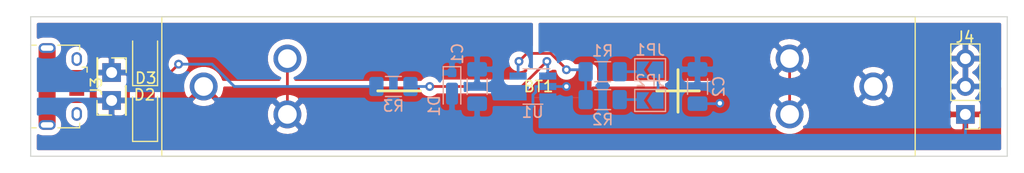
<source format=kicad_pcb>
(kicad_pcb (version 20171130) (host pcbnew "(5.1.8)-1")

  (general
    (thickness 1.6)
    (drawings 4)
    (tracks 50)
    (zones 0)
    (modules 16)
    (nets 13)
  )

  (page A4)
  (layers
    (0 F.Cu signal)
    (31 B.Cu signal)
    (32 B.Adhes user)
    (33 F.Adhes user)
    (34 B.Paste user)
    (35 F.Paste user)
    (36 B.SilkS user)
    (37 F.SilkS user)
    (38 B.Mask user)
    (39 F.Mask user)
    (40 Dwgs.User user)
    (41 Cmts.User user)
    (42 Eco1.User user)
    (43 Eco2.User user)
    (44 Edge.Cuts user)
    (45 Margin user)
    (46 B.CrtYd user)
    (47 F.CrtYd user)
    (48 B.Fab user)
    (49 F.Fab user)
  )

  (setup
    (last_trace_width 0.25)
    (trace_clearance 0.2)
    (zone_clearance 0.508)
    (zone_45_only yes)
    (trace_min 0.2)
    (via_size 0.8)
    (via_drill 0.4)
    (via_min_size 0.4)
    (via_min_drill 0.3)
    (uvia_size 0.3)
    (uvia_drill 0.1)
    (uvias_allowed no)
    (uvia_min_size 0.2)
    (uvia_min_drill 0.1)
    (edge_width 0.05)
    (segment_width 0.2)
    (pcb_text_width 0.3)
    (pcb_text_size 1.5 1.5)
    (mod_edge_width 0.12)
    (mod_text_size 1 1)
    (mod_text_width 0.15)
    (pad_size 1.56 0.65)
    (pad_drill 0)
    (pad_to_mask_clearance 0)
    (aux_axis_origin 0 0)
    (visible_elements 7FFDFFFF)
    (pcbplotparams
      (layerselection 0x010fc_ffffffff)
      (usegerberextensions false)
      (usegerberattributes true)
      (usegerberadvancedattributes true)
      (creategerberjobfile true)
      (excludeedgelayer true)
      (linewidth 0.100000)
      (plotframeref false)
      (viasonmask false)
      (mode 1)
      (useauxorigin false)
      (hpglpennumber 1)
      (hpglpenspeed 20)
      (hpglpendiameter 15.000000)
      (psnegative false)
      (psa4output false)
      (plotreference true)
      (plotvalue true)
      (plotinvisibletext false)
      (padsonsilk false)
      (subtractmaskfromsilk false)
      (outputformat 4)
      (mirror false)
      (drillshape 0)
      (scaleselection 1)
      (outputdirectory "Plots/"))
  )

  (net 0 "")
  (net 1 GND)
  (net 2 +5V)
  (net 3 STAT)
  (net 4 "Net-(J3-Pad6)")
  (net 5 "Net-(J3-Pad4)")
  (net 6 "Net-(J3-Pad3)")
  (net 7 "Net-(J3-Pad2)")
  (net 8 PROG)
  (net 9 /VBAT)
  (net 10 "Net-(JP1-Pad2)")
  (net 11 "Net-(JP2-Pad2)")
  (net 12 "Net-(D2-Pad1)")

  (net_class Default "This is the default net class."
    (clearance 0.2)
    (trace_width 0.25)
    (via_dia 0.8)
    (via_drill 0.4)
    (uvia_dia 0.3)
    (uvia_drill 0.1)
    (add_net +5V)
    (add_net /VBAT)
    (add_net GND)
    (add_net "Net-(D2-Pad1)")
    (add_net "Net-(J3-Pad2)")
    (add_net "Net-(J3-Pad3)")
    (add_net "Net-(J3-Pad4)")
    (add_net "Net-(J3-Pad6)")
    (add_net "Net-(JP1-Pad2)")
    (add_net "Net-(JP2-Pad2)")
    (add_net PROG)
    (add_net STAT)
  )

  (module Jumper:SolderJumper-2_P1.3mm_Open_TrianglePad1.0x1.5mm (layer B.Cu) (tedit 5A64794F) (tstamp 6002DAFE)
    (at 183.388 102.87 180)
    (descr "SMD Solder Jumper, 1x1.5mm Triangular Pads, 0.3mm gap, open")
    (tags "solder jumper open")
    (path /5FFBE0EB)
    (attr virtual)
    (fp_text reference JP2 (at 0 1.8) (layer B.SilkS)
      (effects (font (size 1 1) (thickness 0.15)) (justify mirror))
    )
    (fp_text value Jumper_2_Open (at 0 -1.9) (layer B.Fab)
      (effects (font (size 1 1) (thickness 0.15)) (justify mirror))
    )
    (fp_line (start -1.4 -1) (end -1.4 1) (layer B.SilkS) (width 0.12))
    (fp_line (start 1.4 -1) (end -1.4 -1) (layer B.SilkS) (width 0.12))
    (fp_line (start 1.4 1) (end 1.4 -1) (layer B.SilkS) (width 0.12))
    (fp_line (start -1.4 1) (end 1.4 1) (layer B.SilkS) (width 0.12))
    (fp_line (start -1.65 1.25) (end 1.65 1.25) (layer B.CrtYd) (width 0.05))
    (fp_line (start -1.65 1.25) (end -1.65 -1.25) (layer B.CrtYd) (width 0.05))
    (fp_line (start 1.65 -1.25) (end 1.65 1.25) (layer B.CrtYd) (width 0.05))
    (fp_line (start 1.65 -1.25) (end -1.65 -1.25) (layer B.CrtYd) (width 0.05))
    (pad 1 smd custom (at -0.725 0 180) (size 0.3 0.3) (layers B.Cu B.Mask)
      (net 1 GND) (zone_connect 2)
      (options (clearance outline) (anchor rect))
      (primitives
        (gr_poly (pts
           (xy -0.5 0.75) (xy 0.5 0.75) (xy 1 0) (xy 0.5 -0.75) (xy -0.5 -0.75)
) (width 0))
      ))
    (pad 2 smd custom (at 0.725 0 180) (size 0.3 0.3) (layers B.Cu B.Mask)
      (net 11 "Net-(JP2-Pad2)") (zone_connect 2)
      (options (clearance outline) (anchor rect))
      (primitives
        (gr_poly (pts
           (xy -0.65 0.75) (xy 0.5 0.75) (xy 0.5 -0.75) (xy -0.65 -0.75) (xy -0.15 0)
) (width 0))
      ))
  )

  (module Jumper:SolderJumper-2_P1.3mm_Open_TrianglePad1.0x1.5mm (layer B.Cu) (tedit 5A64794F) (tstamp 600270A1)
    (at 183.388 100.076 180)
    (descr "SMD Solder Jumper, 1x1.5mm Triangular Pads, 0.3mm gap, open")
    (tags "solder jumper open")
    (path /5FFBEBFA)
    (attr virtual)
    (fp_text reference JP1 (at 0 1.8) (layer B.SilkS)
      (effects (font (size 1 1) (thickness 0.15)) (justify mirror))
    )
    (fp_text value Jumper_2_Bridged (at 0 -1.9) (layer B.Fab)
      (effects (font (size 1 1) (thickness 0.15)) (justify mirror))
    )
    (fp_line (start -1.4 -1) (end -1.4 1) (layer B.SilkS) (width 0.12))
    (fp_line (start 1.4 -1) (end -1.4 -1) (layer B.SilkS) (width 0.12))
    (fp_line (start 1.4 1) (end 1.4 -1) (layer B.SilkS) (width 0.12))
    (fp_line (start -1.4 1) (end 1.4 1) (layer B.SilkS) (width 0.12))
    (fp_line (start -1.65 1.25) (end 1.65 1.25) (layer B.CrtYd) (width 0.05))
    (fp_line (start -1.65 1.25) (end -1.65 -1.25) (layer B.CrtYd) (width 0.05))
    (fp_line (start 1.65 -1.25) (end 1.65 1.25) (layer B.CrtYd) (width 0.05))
    (fp_line (start 1.65 -1.25) (end -1.65 -1.25) (layer B.CrtYd) (width 0.05))
    (pad 1 smd custom (at -0.725 0 180) (size 0.3 0.3) (layers B.Cu B.Mask)
      (net 1 GND) (zone_connect 2)
      (options (clearance outline) (anchor rect))
      (primitives
        (gr_poly (pts
           (xy -0.5 0.75) (xy 0.5 0.75) (xy 1 0) (xy 0.5 -0.75) (xy -0.5 -0.75)
) (width 0))
      ))
    (pad 2 smd custom (at 0.725 0 180) (size 0.3 0.3) (layers B.Cu B.Mask)
      (net 10 "Net-(JP1-Pad2)") (zone_connect 2)
      (options (clearance outline) (anchor rect))
      (primitives
        (gr_poly (pts
           (xy -0.65 0.75) (xy 0.5 0.75) (xy 0.5 -0.75) (xy -0.65 -0.75) (xy -0.15 0)
) (width 0))
      ))
  )

  (module electronics-li-ion-charger:Battery_Holder-PC_Pin-18650 (layer F.Cu) (tedit 60035B51) (tstamp 6003BB7B)
    (at 173.228 101.6 180)
    (descr "Battery holder for 18650 cylindrical cells http://www.keyelco.com/product.cfm/product_id/918")
    (tags "18650 Keystone 1042 Li-ion")
    (path /60035974)
    (fp_text reference BT1 (at 0 0) (layer F.SilkS)
      (effects (font (size 1 1) (thickness 0.15)))
    )
    (fp_text value Battery_Holder (at -0.05 7.525) (layer F.Fab)
      (effects (font (size 1 1) (thickness 0.15)))
    )
    (fp_line (start -34.29 -3.81) (end -31.75 -6.35) (layer F.Fab) (width 0.1))
    (fp_line (start -34.29 -6.35) (end -34.29 6.35) (layer F.SilkS) (width 0.12))
    (fp_line (start -34.29 6.35) (end 34.29 6.35) (layer F.SilkS) (width 0.12))
    (fp_line (start 34.29 -6.35) (end 34.29 6.35) (layer F.SilkS) (width 0.12))
    (fp_line (start -34.29 -6.35) (end 34.29 -6.35) (layer F.SilkS) (width 0.12))
    (fp_line (start -34.29 6.35) (end 34.29 6.35) (layer F.Fab) (width 0.1))
    (fp_line (start -34.29 -3.81) (end -34.29 6.35) (layer F.Fab) (width 0.1))
    (fp_line (start -31.75 -6.35) (end 34.29 -6.35) (layer F.Fab) (width 0.1))
    (fp_line (start 34.29 -6.35) (end 34.29 6.35) (layer F.Fab) (width 0.1))
    (fp_line (start -34.29 6.35) (end 34.29 6.35) (layer F.CrtYd) (width 0.05))
    (fp_line (start -34.29 -6.35) (end 34.29 -6.35) (layer F.CrtYd) (width 0.05))
    (fp_line (start 34.29 -6.35) (end 34.29 6.35) (layer F.CrtYd) (width 0.05))
    (fp_line (start -34.29 -6.35) (end -34.29 6.35) (layer F.CrtYd) (width 0.05))
    (fp_text user - (at 12.7 0) (layer F.SilkS)
      (effects (font (size 5.08 5.08) (thickness 0.254)))
    )
    (fp_text user + (at -12.7 0) (layer F.SilkS)
      (effects (font (size 5.08 5.08) (thickness 0.254)))
    )
    (fp_text user %R (at 0 0) (layer F.Fab)
      (effects (font (size 1 1) (thickness 0.15)))
    )
    (pad 2 thru_hole circle (at 22.86 -2.54 180) (size 2.54 2.54) (drill 1.7018) (layers *.Cu *.Mask)
      (net 1 GND))
    (pad 2 thru_hole circle (at 22.86 2.54 180) (size 2.54 2.54) (drill 1.7018) (layers *.Cu *.Mask)
      (net 1 GND))
    (pad 2 thru_hole circle (at 30.48 0 180) (size 2.54 2.54) (drill 1.7018) (layers *.Cu *.Mask)
      (net 1 GND))
    (pad 1 thru_hole circle (at -22.86 2.54 180) (size 2.54 2.54) (drill 1.7018) (layers *.Cu *.Mask)
      (net 9 /VBAT))
    (pad 1 thru_hole circle (at -22.86 -2.54 180) (size 2.54 2.54) (drill 1.7018) (layers *.Cu *.Mask)
      (net 9 /VBAT))
    (pad 1 thru_hole circle (at -30.48 0 180) (size 2.54 2.54) (drill 1.7018) (layers *.Cu *.Mask)
      (net 9 /VBAT))
  )

  (module electronics-li-ion-charger:Diode_TVS-MSP5.0A (layer B.Cu) (tedit 60032973) (tstamp 60026FFB)
    (at 165.354 101.6 270)
    (descr "Diode SMD 1206 (3216 Metric), square (rectangular) end terminal, IPC_7351 nominal, (Body size source: http://www.tortai-tech.com/upload/download/2011102023233369053.pdf), generated with kicad-footprint-generator")
    (tags diode)
    (path /5FFBBF19)
    (attr smd)
    (fp_text reference D1 (at 1.7653 1.6256 270) (layer B.SilkS)
      (effects (font (size 1 1) (thickness 0.15)) (justify mirror))
    )
    (fp_text value D_TVS (at 0 -1.6 270) (layer B.Fab)
      (effects (font (size 1 1) (thickness 0.15)) (justify mirror))
    )
    (fp_line (start 1.6 0.8) (end -1.2 0.8) (layer B.Fab) (width 0.1))
    (fp_line (start -1.2 0.8) (end -1.6 0.4) (layer B.Fab) (width 0.1))
    (fp_line (start -1.6 0.4) (end -1.6 -0.8) (layer B.Fab) (width 0.1))
    (fp_line (start -1.6 -0.8) (end 1.6 -0.8) (layer B.Fab) (width 0.1))
    (fp_line (start 1.6 -0.8) (end 1.6 0.8) (layer B.Fab) (width 0.1))
    (fp_line (start 1.6 0.8) (end -1.8 0.8) (layer B.SilkS) (width 0.12))
    (fp_line (start -1.8 0.8) (end -1.8 -0.8) (layer B.SilkS) (width 0.12))
    (fp_line (start -1.8 -0.8) (end 1.6 -0.8) (layer B.SilkS) (width 0.12))
    (fp_line (start -1.8 -0.7) (end -1.8 0.7) (layer B.CrtYd) (width 0.05))
    (fp_line (start -1.8 0.7) (end 1.8 0.7) (layer B.CrtYd) (width 0.05))
    (fp_line (start 1.8 0.7) (end 1.8 -0.7) (layer B.CrtYd) (width 0.05))
    (fp_line (start 1.8 -0.7) (end -1.8 -0.7) (layer B.CrtYd) (width 0.05))
    (fp_text user %R (at 0 0 270) (layer B.Fab)
      (effects (font (size 0.8 0.8) (thickness 0.12)) (justify mirror))
    )
    (pad 1 smd roundrect (at -1.25 0 270) (size 0.8 0.8) (layers B.Cu B.Paste B.Mask) (roundrect_rratio 0.2)
      (net 2 +5V))
    (pad 2 smd roundrect (at 0.65 0 270) (size 2 1.1) (layers B.Cu B.Paste B.Mask) (roundrect_rratio 0.2)
      (net 1 GND))
    (model ${KISYS3DMOD}/Diode_SMD.3dshapes/D_1206_3216Metric.wrl
      (at (xyz 0 0 0))
      (scale (xyz 1 1 1))
      (rotate (xyz 0 0 0))
    )
  )

  (module Package_TO_SOT_SMD:SOT-23-5_HandSoldering (layer B.Cu) (tedit 60029714) (tstamp 60027110)
    (at 172.72 101.6 180)
    (descr "5-pin SOT23 package")
    (tags "SOT-23-5 hand-soldering")
    (path /5FFB91CD)
    (attr smd)
    (fp_text reference U1 (at 0.0254 -2.3368) (layer B.SilkS)
      (effects (font (size 1 1) (thickness 0.15)) (justify mirror))
    )
    (fp_text value MCP73831-2-OT (at 0 -2.9) (layer B.Fab)
      (effects (font (size 1 1) (thickness 0.15)) (justify mirror))
    )
    (fp_line (start 2.38 -1.8) (end -2.38 -1.8) (layer B.CrtYd) (width 0.05))
    (fp_line (start 2.38 -1.8) (end 2.38 1.8) (layer B.CrtYd) (width 0.05))
    (fp_line (start -2.38 1.8) (end -2.38 -1.8) (layer B.CrtYd) (width 0.05))
    (fp_line (start -2.38 1.8) (end 2.38 1.8) (layer B.CrtYd) (width 0.05))
    (fp_line (start 0.9 1.55) (end 0.9 -1.55) (layer B.Fab) (width 0.1))
    (fp_line (start 0.9 -1.55) (end -0.9 -1.55) (layer B.Fab) (width 0.1))
    (fp_line (start -0.9 0.9) (end -0.9 -1.55) (layer B.Fab) (width 0.1))
    (fp_line (start 0.9 1.55) (end -0.25 1.55) (layer B.Fab) (width 0.1))
    (fp_line (start -0.9 0.9) (end -0.25 1.55) (layer B.Fab) (width 0.1))
    (fp_line (start 0.9 1.61) (end -1.55 1.61) (layer B.SilkS) (width 0.12))
    (fp_line (start -0.9 -1.61) (end 0.9 -1.61) (layer B.SilkS) (width 0.12))
    (fp_text user %R (at 0 0 270) (layer B.Fab)
      (effects (font (size 0.5 0.5) (thickness 0.075)) (justify mirror))
    )
    (pad 5 smd rect (at 1.35 0.95 180) (size 1.56 0.65) (layers B.Cu B.Paste B.Mask)
      (net 8 PROG))
    (pad 4 smd rect (at 1.35 -0.95 180) (size 1.56 0.65) (layers B.Cu B.Paste B.Mask)
      (net 2 +5V) (zone_connect 2))
    (pad 3 smd rect (at -1.35 -0.95 180) (size 1.56 0.65) (layers B.Cu B.Paste B.Mask)
      (net 9 /VBAT) (zone_connect 2))
    (pad 2 smd rect (at -1.35 0 180) (size 1.56 0.65) (layers B.Cu B.Paste B.Mask)
      (net 1 GND) (zone_connect 2))
    (pad 1 smd rect (at -1.35 0.95 180) (size 1.56 0.65) (layers B.Cu B.Paste B.Mask)
      (net 3 STAT))
    (model ${KISYS3DMOD}/Package_TO_SOT_SMD.3dshapes/SOT-23-5.wrl
      (at (xyz 0 0 0))
      (scale (xyz 1 1 1))
      (rotate (xyz 0 0 0))
    )
  )

  (module Resistor_SMD:R_1206_3216Metric_Pad1.30x1.75mm_HandSolder (layer B.Cu) (tedit 5F68FEEE) (tstamp 600270EA)
    (at 160.02 101.6 180)
    (descr "Resistor SMD 1206 (3216 Metric), square (rectangular) end terminal, IPC_7351 nominal with elongated pad for handsoldering. (Body size source: IPC-SM-782 page 72, https://www.pcb-3d.com/wordpress/wp-content/uploads/ipc-sm-782a_amendment_1_and_2.pdf), generated with kicad-footprint-generator")
    (tags "resistor handsolder")
    (path /5FFB5567)
    (attr smd)
    (fp_text reference R3 (at 0 -1.778 180) (layer B.SilkS)
      (effects (font (size 1 1) (thickness 0.15)) (justify mirror))
    )
    (fp_text value 470R (at 0 -1.82 180) (layer B.Fab)
      (effects (font (size 1 1) (thickness 0.15)) (justify mirror))
    )
    (fp_line (start 2.45 -1.12) (end -2.45 -1.12) (layer B.CrtYd) (width 0.05))
    (fp_line (start 2.45 1.12) (end 2.45 -1.12) (layer B.CrtYd) (width 0.05))
    (fp_line (start -2.45 1.12) (end 2.45 1.12) (layer B.CrtYd) (width 0.05))
    (fp_line (start -2.45 -1.12) (end -2.45 1.12) (layer B.CrtYd) (width 0.05))
    (fp_line (start -0.727064 -0.91) (end 0.727064 -0.91) (layer B.SilkS) (width 0.12))
    (fp_line (start -0.727064 0.91) (end 0.727064 0.91) (layer B.SilkS) (width 0.12))
    (fp_line (start 1.6 -0.8) (end -1.6 -0.8) (layer B.Fab) (width 0.1))
    (fp_line (start 1.6 0.8) (end 1.6 -0.8) (layer B.Fab) (width 0.1))
    (fp_line (start -1.6 0.8) (end 1.6 0.8) (layer B.Fab) (width 0.1))
    (fp_line (start -1.6 -0.8) (end -1.6 0.8) (layer B.Fab) (width 0.1))
    (fp_text user %R (at 0 0 180) (layer B.Fab)
      (effects (font (size 0.8 0.8) (thickness 0.12)) (justify mirror))
    )
    (pad 2 smd roundrect (at 1.55 0 180) (size 1.3 1.75) (layers B.Cu B.Paste B.Mask) (roundrect_rratio 0.1923076923076923)
      (net 12 "Net-(D2-Pad1)"))
    (pad 1 smd roundrect (at -1.55 0 180) (size 1.3 1.75) (layers B.Cu B.Paste B.Mask) (roundrect_rratio 0.1923076923076923)
      (net 3 STAT))
    (model ${KISYS3DMOD}/Resistor_SMD.3dshapes/R_1206_3216Metric.wrl
      (at (xyz 0 0 0))
      (scale (xyz 1 1 1))
      (rotate (xyz 0 0 0))
    )
  )

  (module Resistor_SMD:R_1206_3216Metric_Pad1.30x1.75mm_HandSolder (layer B.Cu) (tedit 5F68FEEE) (tstamp 6002DB68)
    (at 179.07 102.7938)
    (descr "Resistor SMD 1206 (3216 Metric), square (rectangular) end terminal, IPC_7351 nominal with elongated pad for handsoldering. (Body size source: IPC-SM-782 page 72, https://www.pcb-3d.com/wordpress/wp-content/uploads/ipc-sm-782a_amendment_1_and_2.pdf), generated with kicad-footprint-generator")
    (tags "resistor handsolder")
    (path /5FFB5769)
    (attr smd)
    (fp_text reference R2 (at 0 1.82 180) (layer B.SilkS)
      (effects (font (size 1 1) (thickness 0.15)) (justify mirror))
    )
    (fp_text value 10K (at 0 -1.82 180) (layer B.Fab)
      (effects (font (size 1 1) (thickness 0.15)) (justify mirror))
    )
    (fp_line (start 2.45 -1.12) (end -2.45 -1.12) (layer B.CrtYd) (width 0.05))
    (fp_line (start 2.45 1.12) (end 2.45 -1.12) (layer B.CrtYd) (width 0.05))
    (fp_line (start -2.45 1.12) (end 2.45 1.12) (layer B.CrtYd) (width 0.05))
    (fp_line (start -2.45 -1.12) (end -2.45 1.12) (layer B.CrtYd) (width 0.05))
    (fp_line (start -0.727064 -0.91) (end 0.727064 -0.91) (layer B.SilkS) (width 0.12))
    (fp_line (start -0.727064 0.91) (end 0.727064 0.91) (layer B.SilkS) (width 0.12))
    (fp_line (start 1.6 -0.8) (end -1.6 -0.8) (layer B.Fab) (width 0.1))
    (fp_line (start 1.6 0.8) (end 1.6 -0.8) (layer B.Fab) (width 0.1))
    (fp_line (start -1.6 0.8) (end 1.6 0.8) (layer B.Fab) (width 0.1))
    (fp_line (start -1.6 -0.8) (end -1.6 0.8) (layer B.Fab) (width 0.1))
    (fp_text user %R (at 0 0 180) (layer B.Fab)
      (effects (font (size 0.8 0.8) (thickness 0.12)) (justify mirror))
    )
    (pad 2 smd roundrect (at 1.55 0) (size 1.3 1.75) (layers B.Cu B.Paste B.Mask) (roundrect_rratio 0.1923076923076923)
      (net 11 "Net-(JP2-Pad2)"))
    (pad 1 smd roundrect (at -1.55 0) (size 1.3 1.75) (layers B.Cu B.Paste B.Mask) (roundrect_rratio 0.1923076923076923)
      (net 8 PROG))
    (model ${KISYS3DMOD}/Resistor_SMD.3dshapes/R_1206_3216Metric.wrl
      (at (xyz 0 0 0))
      (scale (xyz 1 1 1))
      (rotate (xyz 0 0 0))
    )
  )

  (module Resistor_SMD:R_1206_3216Metric_Pad1.30x1.75mm_HandSolder (layer B.Cu) (tedit 5F68FEEE) (tstamp 6002DB38)
    (at 179.07 100.2538)
    (descr "Resistor SMD 1206 (3216 Metric), square (rectangular) end terminal, IPC_7351 nominal with elongated pad for handsoldering. (Body size source: IPC-SM-782 page 72, https://www.pcb-3d.com/wordpress/wp-content/uploads/ipc-sm-782a_amendment_1_and_2.pdf), generated with kicad-footprint-generator")
    (tags "resistor handsolder")
    (path /5FFB5B83)
    (attr smd)
    (fp_text reference R1 (at -0.0127 -1.8923 180) (layer B.SilkS)
      (effects (font (size 1 1) (thickness 0.15)) (justify mirror))
    )
    (fp_text value 2K (at 0 -1.82 180) (layer B.Fab)
      (effects (font (size 1 1) (thickness 0.15)) (justify mirror))
    )
    (fp_line (start 2.45 -1.12) (end -2.45 -1.12) (layer B.CrtYd) (width 0.05))
    (fp_line (start 2.45 1.12) (end 2.45 -1.12) (layer B.CrtYd) (width 0.05))
    (fp_line (start -2.45 1.12) (end 2.45 1.12) (layer B.CrtYd) (width 0.05))
    (fp_line (start -2.45 -1.12) (end -2.45 1.12) (layer B.CrtYd) (width 0.05))
    (fp_line (start -0.727064 -0.91) (end 0.727064 -0.91) (layer B.SilkS) (width 0.12))
    (fp_line (start -0.727064 0.91) (end 0.727064 0.91) (layer B.SilkS) (width 0.12))
    (fp_line (start 1.6 -0.8) (end -1.6 -0.8) (layer B.Fab) (width 0.1))
    (fp_line (start 1.6 0.8) (end 1.6 -0.8) (layer B.Fab) (width 0.1))
    (fp_line (start -1.6 0.8) (end 1.6 0.8) (layer B.Fab) (width 0.1))
    (fp_line (start -1.6 -0.8) (end -1.6 0.8) (layer B.Fab) (width 0.1))
    (fp_text user %R (at 0 0 180) (layer B.Fab)
      (effects (font (size 0.8 0.8) (thickness 0.12)) (justify mirror))
    )
    (pad 2 smd roundrect (at 1.55 0) (size 1.3 1.75) (layers B.Cu B.Paste B.Mask) (roundrect_rratio 0.1923076923076923)
      (net 10 "Net-(JP1-Pad2)"))
    (pad 1 smd roundrect (at -1.55 0) (size 1.3 1.75) (layers B.Cu B.Paste B.Mask) (roundrect_rratio 0.1923076923076923)
      (net 8 PROG))
    (model ${KISYS3DMOD}/Resistor_SMD.3dshapes/R_1206_3216Metric.wrl
      (at (xyz 0 0 0))
      (scale (xyz 1 1 1))
      (rotate (xyz 0 0 0))
    )
  )

  (module Connector_PinHeader_2.54mm:PinHeader_1x03_P2.54mm_Vertical (layer F.Cu) (tedit 59FED5CC) (tstamp 6002708B)
    (at 212.09 104.14 180)
    (descr "Through hole straight pin header, 1x03, 2.54mm pitch, single row")
    (tags "Through hole pin header THT 1x03 2.54mm single row")
    (path /5FFBF742)
    (fp_text reference J4 (at 0.0381 7.0358) (layer F.SilkS)
      (effects (font (size 1 1) (thickness 0.15)))
    )
    (fp_text value Conn_01x03_Male (at 0 7.41) (layer F.Fab)
      (effects (font (size 1 1) (thickness 0.15)))
    )
    (fp_line (start 1.8 -1.8) (end -1.8 -1.8) (layer F.CrtYd) (width 0.05))
    (fp_line (start 1.8 6.85) (end 1.8 -1.8) (layer F.CrtYd) (width 0.05))
    (fp_line (start -1.8 6.85) (end 1.8 6.85) (layer F.CrtYd) (width 0.05))
    (fp_line (start -1.8 -1.8) (end -1.8 6.85) (layer F.CrtYd) (width 0.05))
    (fp_line (start -1.33 -1.33) (end 0 -1.33) (layer F.SilkS) (width 0.12))
    (fp_line (start -1.33 0) (end -1.33 -1.33) (layer F.SilkS) (width 0.12))
    (fp_line (start -1.33 1.27) (end 1.33 1.27) (layer F.SilkS) (width 0.12))
    (fp_line (start 1.33 1.27) (end 1.33 6.41) (layer F.SilkS) (width 0.12))
    (fp_line (start -1.33 1.27) (end -1.33 6.41) (layer F.SilkS) (width 0.12))
    (fp_line (start -1.33 6.41) (end 1.33 6.41) (layer F.SilkS) (width 0.12))
    (fp_line (start -1.27 -0.635) (end -0.635 -1.27) (layer F.Fab) (width 0.1))
    (fp_line (start -1.27 6.35) (end -1.27 -0.635) (layer F.Fab) (width 0.1))
    (fp_line (start 1.27 6.35) (end -1.27 6.35) (layer F.Fab) (width 0.1))
    (fp_line (start 1.27 -1.27) (end 1.27 6.35) (layer F.Fab) (width 0.1))
    (fp_line (start -0.635 -1.27) (end 1.27 -1.27) (layer F.Fab) (width 0.1))
    (fp_text user %R (at 0 2.54 90) (layer F.Fab)
      (effects (font (size 1 1) (thickness 0.15)))
    )
    (pad 3 thru_hole oval (at 0 5.08 180) (size 1.7 1.7) (drill 1) (layers *.Cu *.Mask)
      (net 9 /VBAT))
    (pad 2 thru_hole oval (at 0 2.54 180) (size 1.7 1.7) (drill 1) (layers *.Cu *.Mask)
      (net 9 /VBAT))
    (pad 1 thru_hole rect (at 0 0 180) (size 1.7 1.7) (drill 1) (layers *.Cu *.Mask)
      (net 1 GND))
    (model ${KISYS3DMOD}/Connector_PinHeader_2.54mm.3dshapes/PinHeader_1x03_P2.54mm_Vertical.wrl
      (at (xyz 0 0 0))
      (scale (xyz 1 1 1))
      (rotate (xyz 0 0 0))
    )
  )

  (module Connector_USB:USB_Micro-B_Amphenol_10118194_Horizontal (layer F.Cu) (tedit 5F2142B6) (tstamp 600273B5)
    (at 129.794 101.6 270)
    (descr "USB Micro-B receptacle, horizontal, SMD, 10118194, https://cdn.amphenol-icc.com/media/wysiwyg/files/drawing/10118194.pdf")
    (tags "USB Micro B horizontal SMD")
    (path /5FFB82FD)
    (attr smd)
    (fp_text reference J3 (at -0.0127 -3.1877 90) (layer F.SilkS)
      (effects (font (size 1 1) (thickness 0.15)))
    )
    (fp_text value USB_B_Micro (at 0 4.75 90) (layer F.Fab)
      (effects (font (size 1 1) (thickness 0.15)))
    )
    (fp_line (start -2.65 -1.55) (end 3.65 -1.55) (layer F.Fab) (width 0.1))
    (fp_line (start 3.65 -1.55) (end 3.65 3.45) (layer F.Fab) (width 0.1))
    (fp_line (start 3.65 3.45) (end -3.65 3.45) (layer F.Fab) (width 0.1))
    (fp_line (start -3.65 3.45) (end -3.65 -0.55) (layer F.Fab) (width 0.1))
    (fp_line (start 3.76 0.32) (end 3.76 -1.66) (layer F.SilkS) (width 0.12))
    (fp_line (start 3.76 -1.66) (end 3.34 -1.66) (layer F.SilkS) (width 0.12))
    (fp_line (start 3.76 2.29) (end 3.76 2.69) (layer F.SilkS) (width 0.12))
    (fp_line (start -3.76 2.69) (end -3.76 2.29) (layer F.SilkS) (width 0.12))
    (fp_line (start -3.76 0.32) (end -3.76 -1.66) (layer F.SilkS) (width 0.12))
    (fp_line (start -3.76 -1.66) (end -3.34 -1.66) (layer F.SilkS) (width 0.12))
    (fp_line (start 3 2.75) (end -3 2.75) (layer Dwgs.User) (width 0.1))
    (fp_line (start -4.45 3.95) (end 4.45 3.95) (layer F.CrtYd) (width 0.05))
    (fp_line (start -4.45 -2.58) (end 4.45 -2.58) (layer F.CrtYd) (width 0.05))
    (fp_line (start -4.45 -2.58) (end -4.45 3.95) (layer F.CrtYd) (width 0.05))
    (fp_line (start 4.45 -2.58) (end 4.45 3.95) (layer F.CrtYd) (width 0.05))
    (fp_line (start -1.31 -2.34) (end -1.76 -2.34) (layer F.SilkS) (width 0.12))
    (fp_line (start -1.76 -1.89) (end -1.76 -2.34) (layer F.SilkS) (width 0.12))
    (fp_line (start -3.65 -0.55) (end -2.65 -1.55) (layer F.Fab) (width 0.1))
    (fp_text user "PCB Edge" (at 0 2.75 90) (layer Dwgs.User)
      (effects (font (size 0.5 0.5) (thickness 0.08)))
    )
    (fp_text user %R (at 0 -0.05 90) (layer F.Fab)
      (effects (font (size 1 1) (thickness 0.15)))
    )
    (pad "" smd oval (at 2.5 -1.4 270) (size 1.25 0.95) (layers F.Paste))
    (pad "" smd oval (at -2.5 -1.4 270) (size 1.25 0.95) (layers F.Paste))
    (pad 6 thru_hole oval (at 3.5 1.3 270) (size 0.89 1.55) (drill oval 0.5 1.15) (layers *.Cu *.Mask)
      (net 4 "Net-(J3-Pad6)"))
    (pad 6 thru_hole oval (at -3.5 1.3 270) (size 0.89 1.55) (drill oval 0.5 1.15) (layers *.Cu *.Mask)
      (net 4 "Net-(J3-Pad6)"))
    (pad 6 smd rect (at 2.9 1.3 270) (size 1.2 1.55) (layers F.Cu F.Paste F.Mask)
      (net 4 "Net-(J3-Pad6)"))
    (pad 6 smd rect (at -2.9 1.3 270) (size 1.2 1.55) (layers F.Cu F.Paste F.Mask)
      (net 4 "Net-(J3-Pad6)"))
    (pad "" smd oval (at 3.5 1.3 270) (size 0.89 1.55) (layers F.Paste))
    (pad 6 smd rect (at 1 1.3 270) (size 1.5 1.55) (layers F.Cu F.Paste F.Mask)
      (net 4 "Net-(J3-Pad6)"))
    (pad 6 smd rect (at -1 1.3 270) (size 1.5 1.55) (layers F.Cu F.Paste F.Mask)
      (net 4 "Net-(J3-Pad6)"))
    (pad 6 thru_hole oval (at 2.5 -1.4 270) (size 1.25 0.95) (drill oval 0.85 0.55) (layers *.Cu *.Mask)
      (net 4 "Net-(J3-Pad6)"))
    (pad "" smd oval (at -3.5 1.3 270) (size 0.89 1.55) (layers F.Paste))
    (pad 6 thru_hole oval (at -2.5 -1.4 270) (size 1.25 0.95) (drill oval 0.85 0.55) (layers *.Cu *.Mask)
      (net 4 "Net-(J3-Pad6)"))
    (pad 5 smd rect (at 1.3 -1.4 270) (size 0.4 1.35) (layers F.Cu F.Paste F.Mask)
      (net 1 GND))
    (pad 4 smd rect (at 0.65 -1.4 270) (size 0.4 1.35) (layers F.Cu F.Paste F.Mask)
      (net 5 "Net-(J3-Pad4)"))
    (pad 3 smd rect (at 0 -1.4 270) (size 0.4 1.35) (layers F.Cu F.Paste F.Mask)
      (net 6 "Net-(J3-Pad3)"))
    (pad 2 smd rect (at -0.65 -1.4 270) (size 0.4 1.35) (layers F.Cu F.Paste F.Mask)
      (net 7 "Net-(J3-Pad2)"))
    (pad 1 smd rect (at -1.3 -1.4 270) (size 0.4 1.35) (layers F.Cu F.Paste F.Mask)
      (net 2 +5V))
    (model ${KISYS3DMOD}/Connector_USB.3dshapes/USB_Micro-B_Amphenol_10118194_Horizontal.wrl
      (at (xyz 0 0 0))
      (scale (xyz 1 1 1))
      (rotate (xyz 0 0 0))
    )
  )

  (module Connector_PinHeader_2.54mm:PinHeader_1x01_P2.54mm_Vertical (layer F.Cu) (tedit 59FED5CC) (tstamp 6002704B)
    (at 134.366 102.87 90)
    (descr "Through hole straight pin header, 1x01, 2.54mm pitch, single row")
    (tags "Through hole pin header THT 1x01 2.54mm single row")
    (path /5FFF7E39)
    (fp_text reference J2 (at 0 -2.33 90) (layer F.SilkS) hide
      (effects (font (size 1 1) (thickness 0.15)))
    )
    (fp_text value Conn_01x01_Male (at 0 2.33 90) (layer F.Fab)
      (effects (font (size 1 1) (thickness 0.15)))
    )
    (fp_line (start 1.8 -1.8) (end -1.8 -1.8) (layer F.CrtYd) (width 0.05))
    (fp_line (start 1.8 1.8) (end 1.8 -1.8) (layer F.CrtYd) (width 0.05))
    (fp_line (start -1.8 1.8) (end 1.8 1.8) (layer F.CrtYd) (width 0.05))
    (fp_line (start -1.8 -1.8) (end -1.8 1.8) (layer F.CrtYd) (width 0.05))
    (fp_line (start -1.33 -1.33) (end 0 -1.33) (layer F.SilkS) (width 0.12))
    (fp_line (start -1.33 0) (end -1.33 -1.33) (layer F.SilkS) (width 0.12))
    (fp_line (start -1.33 1.27) (end 1.33 1.27) (layer F.SilkS) (width 0.12))
    (fp_line (start 1.33 1.27) (end 1.33 1.33) (layer F.SilkS) (width 0.12))
    (fp_line (start -1.33 1.27) (end -1.33 1.33) (layer F.SilkS) (width 0.12))
    (fp_line (start -1.33 1.33) (end 1.33 1.33) (layer F.SilkS) (width 0.12))
    (fp_line (start -1.27 -0.635) (end -0.635 -1.27) (layer F.Fab) (width 0.1))
    (fp_line (start -1.27 1.27) (end -1.27 -0.635) (layer F.Fab) (width 0.1))
    (fp_line (start 1.27 1.27) (end -1.27 1.27) (layer F.Fab) (width 0.1))
    (fp_line (start 1.27 -1.27) (end 1.27 1.27) (layer F.Fab) (width 0.1))
    (fp_line (start -0.635 -1.27) (end 1.27 -1.27) (layer F.Fab) (width 0.1))
    (fp_text user %R (at 0 0) (layer F.Fab)
      (effects (font (size 1 1) (thickness 0.15)))
    )
    (pad 1 thru_hole rect (at 0 0 90) (size 1.7 1.7) (drill 1) (layers *.Cu *.Mask)
      (net 1 GND))
    (model ${KISYS3DMOD}/Connector_PinHeader_2.54mm.3dshapes/PinHeader_1x01_P2.54mm_Vertical.wrl
      (at (xyz 0 0 0))
      (scale (xyz 1 1 1))
      (rotate (xyz 0 0 0))
    )
  )

  (module Connector_PinHeader_2.54mm:PinHeader_1x01_P2.54mm_Vertical (layer F.Cu) (tedit 59FED5CC) (tstamp 60027036)
    (at 134.366 100.33 270)
    (descr "Through hole straight pin header, 1x01, 2.54mm pitch, single row")
    (tags "Through hole pin header THT 1x01 2.54mm single row")
    (path /5FFF75A8)
    (fp_text reference J1 (at 0 -2.33 90) (layer F.SilkS) hide
      (effects (font (size 1 1) (thickness 0.15)))
    )
    (fp_text value Conn_01x01_Male (at 0 2.33 90) (layer F.Fab)
      (effects (font (size 1 1) (thickness 0.15)))
    )
    (fp_line (start 1.8 -1.8) (end -1.8 -1.8) (layer F.CrtYd) (width 0.05))
    (fp_line (start 1.8 1.8) (end 1.8 -1.8) (layer F.CrtYd) (width 0.05))
    (fp_line (start -1.8 1.8) (end 1.8 1.8) (layer F.CrtYd) (width 0.05))
    (fp_line (start -1.8 -1.8) (end -1.8 1.8) (layer F.CrtYd) (width 0.05))
    (fp_line (start -1.33 -1.33) (end 0 -1.33) (layer F.SilkS) (width 0.12))
    (fp_line (start -1.33 0) (end -1.33 -1.33) (layer F.SilkS) (width 0.12))
    (fp_line (start -1.33 1.27) (end 1.33 1.27) (layer F.SilkS) (width 0.12))
    (fp_line (start 1.33 1.27) (end 1.33 1.33) (layer F.SilkS) (width 0.12))
    (fp_line (start -1.33 1.27) (end -1.33 1.33) (layer F.SilkS) (width 0.12))
    (fp_line (start -1.33 1.33) (end 1.33 1.33) (layer F.SilkS) (width 0.12))
    (fp_line (start -1.27 -0.635) (end -0.635 -1.27) (layer F.Fab) (width 0.1))
    (fp_line (start -1.27 1.27) (end -1.27 -0.635) (layer F.Fab) (width 0.1))
    (fp_line (start 1.27 1.27) (end -1.27 1.27) (layer F.Fab) (width 0.1))
    (fp_line (start 1.27 -1.27) (end 1.27 1.27) (layer F.Fab) (width 0.1))
    (fp_line (start -0.635 -1.27) (end 1.27 -1.27) (layer F.Fab) (width 0.1))
    (fp_text user %R (at 0 0) (layer F.Fab)
      (effects (font (size 1 1) (thickness 0.15)))
    )
    (pad 1 thru_hole rect (at 0 0 270) (size 1.7 1.7) (drill 1) (layers *.Cu *.Mask)
      (net 2 +5V))
    (model ${KISYS3DMOD}/Connector_PinHeader_2.54mm.3dshapes/PinHeader_1x01_P2.54mm_Vertical.wrl
      (at (xyz 0 0 0))
      (scale (xyz 1 1 1))
      (rotate (xyz 0 0 0))
    )
  )

  (module LED_SMD:LED_1206_3216Metric_Pad1.42x1.75mm_HandSolder (layer F.Cu) (tedit 5F68FEF1) (tstamp 60027021)
    (at 137.414 104.14 90)
    (descr "LED SMD 1206 (3216 Metric), square (rectangular) end terminal, IPC_7351 nominal, (Body size source: http://www.tortai-tech.com/upload/download/2011102023233369053.pdf), generated with kicad-footprint-generator")
    (tags "LED handsolder")
    (path /5FFB6F7B)
    (attr smd)
    (fp_text reference D3 (at 3.302 0.0635 180) (layer F.SilkS)
      (effects (font (size 1 1) (thickness 0.15)))
    )
    (fp_text value LED (at 0 1.82 90) (layer F.Fab)
      (effects (font (size 1 1) (thickness 0.15)))
    )
    (fp_line (start 2.45 1.12) (end -2.45 1.12) (layer F.CrtYd) (width 0.05))
    (fp_line (start 2.45 -1.12) (end 2.45 1.12) (layer F.CrtYd) (width 0.05))
    (fp_line (start -2.45 -1.12) (end 2.45 -1.12) (layer F.CrtYd) (width 0.05))
    (fp_line (start -2.45 1.12) (end -2.45 -1.12) (layer F.CrtYd) (width 0.05))
    (fp_line (start -2.46 1.135) (end 1.6 1.135) (layer F.SilkS) (width 0.12))
    (fp_line (start -2.46 -1.135) (end -2.46 1.135) (layer F.SilkS) (width 0.12))
    (fp_line (start 1.6 -1.135) (end -2.46 -1.135) (layer F.SilkS) (width 0.12))
    (fp_line (start 1.6 0.8) (end 1.6 -0.8) (layer F.Fab) (width 0.1))
    (fp_line (start -1.6 0.8) (end 1.6 0.8) (layer F.Fab) (width 0.1))
    (fp_line (start -1.6 -0.4) (end -1.6 0.8) (layer F.Fab) (width 0.1))
    (fp_line (start -1.2 -0.8) (end -1.6 -0.4) (layer F.Fab) (width 0.1))
    (fp_line (start 1.6 -0.8) (end -1.2 -0.8) (layer F.Fab) (width 0.1))
    (fp_text user %R (at 0 0 90) (layer F.Fab)
      (effects (font (size 0.8 0.8) (thickness 0.12)))
    )
    (pad 2 smd roundrect (at 1.4875 0 90) (size 1.425 1.75) (layers F.Cu F.Paste F.Mask) (roundrect_rratio 0.1754385964912281)
      (net 12 "Net-(D2-Pad1)"))
    (pad 1 smd roundrect (at -1.4875 0 90) (size 1.425 1.75) (layers F.Cu F.Paste F.Mask) (roundrect_rratio 0.1754385964912281)
      (net 1 GND))
    (model ${KISYS3DMOD}/LED_SMD.3dshapes/LED_1206_3216Metric.wrl
      (at (xyz 0 0 0))
      (scale (xyz 1 1 1))
      (rotate (xyz 0 0 0))
    )
  )

  (module LED_SMD:LED_1206_3216Metric_Pad1.42x1.75mm_HandSolder (layer F.Cu) (tedit 5F68FEF1) (tstamp 6002700E)
    (at 137.414 99.06 90)
    (descr "LED SMD 1206 (3216 Metric), square (rectangular) end terminal, IPC_7351 nominal, (Body size source: http://www.tortai-tech.com/upload/download/2011102023233369053.pdf), generated with kicad-footprint-generator")
    (tags "LED handsolder")
    (path /5FFB7C3E)
    (attr smd)
    (fp_text reference D2 (at -3.302 -0.0508 180) (layer F.SilkS)
      (effects (font (size 1 1) (thickness 0.15)))
    )
    (fp_text value LED (at 0 1.82 90) (layer F.Fab)
      (effects (font (size 1 1) (thickness 0.15)))
    )
    (fp_line (start 2.45 1.12) (end -2.45 1.12) (layer F.CrtYd) (width 0.05))
    (fp_line (start 2.45 -1.12) (end 2.45 1.12) (layer F.CrtYd) (width 0.05))
    (fp_line (start -2.45 -1.12) (end 2.45 -1.12) (layer F.CrtYd) (width 0.05))
    (fp_line (start -2.45 1.12) (end -2.45 -1.12) (layer F.CrtYd) (width 0.05))
    (fp_line (start -2.46 1.135) (end 1.6 1.135) (layer F.SilkS) (width 0.12))
    (fp_line (start -2.46 -1.135) (end -2.46 1.135) (layer F.SilkS) (width 0.12))
    (fp_line (start 1.6 -1.135) (end -2.46 -1.135) (layer F.SilkS) (width 0.12))
    (fp_line (start 1.6 0.8) (end 1.6 -0.8) (layer F.Fab) (width 0.1))
    (fp_line (start -1.6 0.8) (end 1.6 0.8) (layer F.Fab) (width 0.1))
    (fp_line (start -1.6 -0.4) (end -1.6 0.8) (layer F.Fab) (width 0.1))
    (fp_line (start -1.2 -0.8) (end -1.6 -0.4) (layer F.Fab) (width 0.1))
    (fp_line (start 1.6 -0.8) (end -1.2 -0.8) (layer F.Fab) (width 0.1))
    (fp_text user %R (at 0 0 90) (layer F.Fab)
      (effects (font (size 0.8 0.8) (thickness 0.12)))
    )
    (pad 2 smd roundrect (at 1.4875 0 90) (size 1.425 1.75) (layers F.Cu F.Paste F.Mask) (roundrect_rratio 0.1754385964912281)
      (net 2 +5V))
    (pad 1 smd roundrect (at -1.4875 0 90) (size 1.425 1.75) (layers F.Cu F.Paste F.Mask) (roundrect_rratio 0.1754385964912281)
      (net 12 "Net-(D2-Pad1)"))
    (model ${KISYS3DMOD}/LED_SMD.3dshapes/LED_1206_3216Metric.wrl
      (at (xyz 0 0 0))
      (scale (xyz 1 1 1))
      (rotate (xyz 0 0 0))
    )
  )

  (module Capacitor_SMD:C_1206_3216Metric_Pad1.33x1.80mm_HandSolder (layer B.Cu) (tedit 5F68FEEF) (tstamp 60026FE8)
    (at 187.706 101.6 270)
    (descr "Capacitor SMD 1206 (3216 Metric), square (rectangular) end terminal, IPC_7351 nominal with elongated pad for handsoldering. (Body size source: IPC-SM-782 page 76, https://www.pcb-3d.com/wordpress/wp-content/uploads/ipc-sm-782a_amendment_1_and_2.pdf), generated with kicad-footprint-generator")
    (tags "capacitor handsolder")
    (path /5FFB5FE0)
    (attr smd)
    (fp_text reference C2 (at 0 -1.9304 270) (layer B.SilkS)
      (effects (font (size 1 1) (thickness 0.15)) (justify mirror))
    )
    (fp_text value 4.7U (at 0 -1.85 270) (layer B.Fab)
      (effects (font (size 1 1) (thickness 0.15)) (justify mirror))
    )
    (fp_line (start 2.48 -1.15) (end -2.48 -1.15) (layer B.CrtYd) (width 0.05))
    (fp_line (start 2.48 1.15) (end 2.48 -1.15) (layer B.CrtYd) (width 0.05))
    (fp_line (start -2.48 1.15) (end 2.48 1.15) (layer B.CrtYd) (width 0.05))
    (fp_line (start -2.48 -1.15) (end -2.48 1.15) (layer B.CrtYd) (width 0.05))
    (fp_line (start -0.711252 -0.91) (end 0.711252 -0.91) (layer B.SilkS) (width 0.12))
    (fp_line (start -0.711252 0.91) (end 0.711252 0.91) (layer B.SilkS) (width 0.12))
    (fp_line (start 1.6 -0.8) (end -1.6 -0.8) (layer B.Fab) (width 0.1))
    (fp_line (start 1.6 0.8) (end 1.6 -0.8) (layer B.Fab) (width 0.1))
    (fp_line (start -1.6 0.8) (end 1.6 0.8) (layer B.Fab) (width 0.1))
    (fp_line (start -1.6 -0.8) (end -1.6 0.8) (layer B.Fab) (width 0.1))
    (fp_text user %R (at 0 0 270) (layer B.Fab)
      (effects (font (size 0.8 0.8) (thickness 0.12)) (justify mirror))
    )
    (pad 2 smd roundrect (at 1.5625 0 270) (size 1.325 1.8) (layers B.Cu B.Paste B.Mask) (roundrect_rratio 0.1886784905660377)
      (net 1 GND))
    (pad 1 smd roundrect (at -1.5625 0 270) (size 1.325 1.8) (layers B.Cu B.Paste B.Mask) (roundrect_rratio 0.1886784905660377)
      (net 9 /VBAT))
    (model ${KISYS3DMOD}/Capacitor_SMD.3dshapes/C_1206_3216Metric.wrl
      (at (xyz 0 0 0))
      (scale (xyz 1 1 1))
      (rotate (xyz 0 0 0))
    )
  )

  (module Capacitor_SMD:C_1206_3216Metric_Pad1.33x1.80mm_HandSolder (layer B.Cu) (tedit 5F68FEEF) (tstamp 60026FD7)
    (at 167.64 101.6 270)
    (descr "Capacitor SMD 1206 (3216 Metric), square (rectangular) end terminal, IPC_7351 nominal with elongated pad for handsoldering. (Body size source: IPC-SM-782 page 76, https://www.pcb-3d.com/wordpress/wp-content/uploads/ipc-sm-782a_amendment_1_and_2.pdf), generated with kicad-footprint-generator")
    (tags "capacitor handsolder")
    (path /5FFB68A7)
    (attr smd)
    (fp_text reference C1 (at -2.9845 1.7907 270) (layer B.SilkS)
      (effects (font (size 1 1) (thickness 0.15)) (justify mirror))
    )
    (fp_text value 4.7U (at 0 -1.85 270) (layer B.Fab)
      (effects (font (size 1 1) (thickness 0.15)) (justify mirror))
    )
    (fp_line (start -1.6 -0.8) (end -1.6 0.8) (layer B.Fab) (width 0.1))
    (fp_line (start -1.6 0.8) (end 1.6 0.8) (layer B.Fab) (width 0.1))
    (fp_line (start 1.6 0.8) (end 1.6 -0.8) (layer B.Fab) (width 0.1))
    (fp_line (start 1.6 -0.8) (end -1.6 -0.8) (layer B.Fab) (width 0.1))
    (fp_line (start -0.711252 0.91) (end 0.711252 0.91) (layer B.SilkS) (width 0.12))
    (fp_line (start -0.711252 -0.91) (end 0.711252 -0.91) (layer B.SilkS) (width 0.12))
    (fp_line (start -2.48 -1.15) (end -2.48 1.15) (layer B.CrtYd) (width 0.05))
    (fp_line (start -2.48 1.15) (end 2.48 1.15) (layer B.CrtYd) (width 0.05))
    (fp_line (start 2.48 1.15) (end 2.48 -1.15) (layer B.CrtYd) (width 0.05))
    (fp_line (start 2.48 -1.15) (end -2.48 -1.15) (layer B.CrtYd) (width 0.05))
    (fp_text user %R (at 0 0 270) (layer B.Fab)
      (effects (font (size 0.8 0.8) (thickness 0.12)) (justify mirror))
    )
    (pad 1 smd roundrect (at -1.5625 0 270) (size 1.325 1.8) (layers B.Cu B.Paste B.Mask) (roundrect_rratio 0.1886784905660377)
      (net 2 +5V))
    (pad 2 smd roundrect (at 1.5625 0 270) (size 1.325 1.8) (layers B.Cu B.Paste B.Mask) (roundrect_rratio 0.1886784905660377)
      (net 1 GND))
    (model ${KISYS3DMOD}/Capacitor_SMD.3dshapes/C_1206_3216Metric.wrl
      (at (xyz 0 0 0))
      (scale (xyz 1 1 1))
      (rotate (xyz 0 0 0))
    )
  )

  (gr_line (start 215.9 95.25) (end 215.9 107.95) (layer Edge.Cuts) (width 0.1))
  (gr_line (start 127 95.25) (end 215.9 95.25) (layer Edge.Cuts) (width 0.1))
  (gr_line (start 127 107.95) (end 127 95.25) (layer Edge.Cuts) (width 0.1))
  (gr_line (start 215.9 107.95) (end 127 107.95) (layer Edge.Cuts) (width 0.1))

  (segment (start 131.194 102.9) (end 132.558 102.9) (width 0.25) (layer F.Cu) (net 1))
  (segment (start 184.113 100.076) (end 184.113 102.87) (width 0.25) (layer B.Cu) (net 1))
  (segment (start 150.368 99.06) (end 150.368 104.14) (width 0.25) (layer F.Cu) (net 1))
  (segment (start 189.6995 103.1625) (end 189.738 103.124) (width 0.25) (layer B.Cu) (net 1))
  (via (at 189.738 103.124) (size 0.8) (drill 0.4) (layers F.Cu B.Cu) (net 1))
  (segment (start 187.706 103.1625) (end 189.6995 103.1625) (width 0.25) (layer B.Cu) (net 1))
  (segment (start 174.07 101.6) (end 172.974 101.6) (width 0.25) (layer B.Cu) (net 1))
  (segment (start 172.974 102.108) (end 172.72 102.362) (width 0.25) (layer B.Cu) (net 1))
  (segment (start 172.974 101.6) (end 172.974 102.108) (width 0.25) (layer B.Cu) (net 1))
  (segment (start 172.72 102.362) (end 172.72 103.378) (width 0.25) (layer B.Cu) (net 1))
  (segment (start 172.72 103.378) (end 172.466 103.632) (width 0.25) (layer B.Cu) (net 1))
  (via (at 175.768 101.6) (size 0.8) (drill 0.4) (layers F.Cu B.Cu) (net 1))
  (segment (start 174.07 101.6) (end 175.768 101.6) (width 0.25) (layer B.Cu) (net 1))
  (segment (start 212.09 104.14) (end 212.09 106.426) (width 0.25) (layer B.Cu) (net 1))
  (segment (start 131.194 100.3) (end 132.812 100.3) (width 0.25) (layer F.Cu) (net 2))
  (via (at 173.99 99.314) (size 0.8) (drill 0.4) (layers F.Cu B.Cu) (net 3))
  (segment (start 174.07 99.394) (end 173.99 99.314) (width 0.25) (layer B.Cu) (net 3))
  (segment (start 174.07 100.65) (end 174.07 99.394) (width 0.25) (layer B.Cu) (net 3))
  (via (at 163.322 101.6) (size 0.8) (drill 0.4) (layers F.Cu B.Cu) (net 3))
  (segment (start 173.99 99.314) (end 171.958 101.346) (width 0.25) (layer F.Cu) (net 3))
  (segment (start 161.824 101.346) (end 161.57 101.6) (width 0.25) (layer B.Cu) (net 3))
  (segment (start 163.322 101.6) (end 161.824 101.6) (width 0.25) (layer B.Cu) (net 3))
  (segment (start 171.958 101.346) (end 171.704 101.6) (width 0.25) (layer F.Cu) (net 3))
  (segment (start 171.704 101.6) (end 163.322 101.6) (width 0.25) (layer F.Cu) (net 3))
  (segment (start 128.494 98.7) (end 128.494 104.5) (width 0.25) (layer F.Cu) (net 4))
  (segment (start 177.266199 99.999999) (end 177.52 100.2538) (width 0.25) (layer B.Cu) (net 8))
  (segment (start 177.52 100.2538) (end 177.52 102.7938) (width 0.25) (layer B.Cu) (net 8))
  (via (at 171.45 99.314) (size 0.8) (drill 0.4) (layers F.Cu B.Cu) (net 8))
  (segment (start 171.37 99.394) (end 171.45 99.314) (width 0.25) (layer B.Cu) (net 8))
  (segment (start 171.37 100.65) (end 171.37 99.394) (width 0.25) (layer B.Cu) (net 8))
  (via (at 175.768 100.076) (size 0.8) (drill 0.4) (layers F.Cu B.Cu) (net 8) (tstamp 6003EA15))
  (segment (start 175.768 100.018998) (end 175.768 100.076) (width 0.25) (layer F.Cu) (net 8))
  (segment (start 174.338001 98.588999) (end 175.768 100.018998) (width 0.25) (layer F.Cu) (net 8))
  (segment (start 172.175001 98.588999) (end 174.338001 98.588999) (width 0.25) (layer F.Cu) (net 8))
  (segment (start 171.45 99.314) (end 172.175001 98.588999) (width 0.25) (layer F.Cu) (net 8))
  (segment (start 177.3422 100.076) (end 177.52 100.2538) (width 0.25) (layer B.Cu) (net 8))
  (segment (start 175.768 100.076) (end 177.3422 100.076) (width 0.25) (layer B.Cu) (net 8))
  (segment (start 196.088 104.14) (end 196.088 99.06) (width 0.25) (layer F.Cu) (net 9))
  (segment (start 182.4852 100.2538) (end 182.663 100.076) (width 0.25) (layer B.Cu) (net 10))
  (segment (start 180.62 100.2538) (end 182.4852 100.2538) (width 0.25) (layer B.Cu) (net 10))
  (segment (start 182.5868 102.7938) (end 182.663 102.87) (width 0.25) (layer B.Cu) (net 11))
  (segment (start 180.62 102.7938) (end 182.5868 102.7938) (width 0.25) (layer B.Cu) (net 11))
  (via (at 140.462 99.568) (size 0.8) (drill 0.4) (layers F.Cu B.Cu) (net 12))
  (segment (start 140.462 99.568) (end 139.446 100.584) (width 0.25) (layer F.Cu) (net 12))
  (segment (start 137.4505 100.584) (end 137.414 100.5475) (width 0.25) (layer F.Cu) (net 12))
  (segment (start 139.446 100.584) (end 137.4505 100.584) (width 0.25) (layer F.Cu) (net 12))
  (segment (start 137.414 100.5475) (end 137.414 102.6525) (width 0.25) (layer F.Cu) (net 12))
  (segment (start 145.542 101.6) (end 143.51 99.568) (width 0.25) (layer B.Cu) (net 12))
  (segment (start 158.47 101.6) (end 145.542 101.6) (width 0.25) (layer B.Cu) (net 12))
  (segment (start 143.51 99.568) (end 140.462 99.568) (width 0.25) (layer B.Cu) (net 12))

  (zone (net 1) (net_name GND) (layer F.Cu) (tstamp 0) (hatch edge 0.508)
    (priority 2)
    (connect_pads (clearance 0.508))
    (min_thickness 0.254)
    (fill yes (arc_segments 32) (thermal_gap 0.508) (thermal_bridge_width 0.508))
    (polygon
      (pts
        (xy 216.916 108.966) (xy 124.714 108.966) (xy 124.714 101.6) (xy 216.916 101.6)
      )
    )
    (filled_polygon
      (pts
        (xy 132.926498 101.77582) (xy 132.890188 101.895518) (xy 132.877928 102.02) (xy 132.881 102.58425) (xy 133.03975 102.743)
        (xy 134.239 102.743) (xy 134.239 102.723) (xy 134.493 102.723) (xy 134.493 102.743) (xy 135.69225 102.743)
        (xy 135.851 102.58425) (xy 135.854072 102.02) (xy 135.841812 101.895518) (xy 135.805502 101.77582) (xy 135.779407 101.727)
        (xy 136.034353 101.727) (xy 135.968528 101.85015) (xy 135.917992 102.016746) (xy 135.900928 102.19) (xy 135.900928 103.115)
        (xy 135.917992 103.288254) (xy 135.968528 103.45485) (xy 136.050595 103.608386) (xy 136.161038 103.742962) (xy 136.295614 103.853405)
        (xy 136.44915 103.935472) (xy 136.615746 103.986008) (xy 136.789 104.003072) (xy 138.039 104.003072) (xy 138.212254 103.986008)
        (xy 138.37885 103.935472) (xy 138.532386 103.853405) (xy 138.666962 103.742962) (xy 138.777405 103.608386) (xy 138.859472 103.45485)
        (xy 138.910008 103.288254) (xy 138.927072 103.115) (xy 138.927072 102.927852) (xy 141.599753 102.927852) (xy 141.728076 103.219871)
        (xy 142.063695 103.387723) (xy 142.425611 103.486874) (xy 142.799916 103.513514) (xy 143.172227 103.466618) (xy 143.528235 103.347988)
        (xy 143.767924 103.219871) (xy 143.896247 102.927852) (xy 143.780543 102.812148) (xy 149.219753 102.812148) (xy 150.368 103.960395)
        (xy 151.516247 102.812148) (xy 151.387924 102.520129) (xy 151.052305 102.352277) (xy 150.690389 102.253126) (xy 150.316084 102.226486)
        (xy 149.943773 102.273382) (xy 149.587765 102.392012) (xy 149.348076 102.520129) (xy 149.219753 102.812148) (xy 143.780543 102.812148)
        (xy 142.748 101.779605) (xy 141.599753 102.927852) (xy 138.927072 102.927852) (xy 138.927072 102.19) (xy 138.910008 102.016746)
        (xy 138.859472 101.85015) (xy 138.793647 101.727) (xy 140.843944 101.727) (xy 140.881382 102.024227) (xy 141.000012 102.380235)
        (xy 141.128129 102.619924) (xy 141.420148 102.748247) (xy 142.441395 101.727) (xy 143.054605 101.727) (xy 144.075852 102.748247)
        (xy 144.367871 102.619924) (xy 144.535723 102.284305) (xy 144.634874 101.922389) (xy 144.64878 101.727) (xy 162.291985 101.727)
        (xy 162.326774 101.901898) (xy 162.404795 102.090256) (xy 162.518063 102.259774) (xy 162.662226 102.403937) (xy 162.831744 102.517205)
        (xy 163.020102 102.595226) (xy 163.220061 102.635) (xy 163.423939 102.635) (xy 163.623898 102.595226) (xy 163.812256 102.517205)
        (xy 163.981774 102.403937) (xy 164.025711 102.36) (xy 171.666678 102.36) (xy 171.704 102.363676) (xy 171.741322 102.36)
        (xy 171.741333 102.36) (xy 171.852986 102.349003) (xy 171.996247 102.305546) (xy 172.128276 102.234974) (xy 172.244001 102.140001)
        (xy 172.267804 102.110997) (xy 172.593 101.785801) (xy 172.593 102.616) (xy 172.59544 102.640776) (xy 172.602667 102.664601)
        (xy 172.614403 102.686557) (xy 172.630197 102.705803) (xy 172.649443 102.721597) (xy 172.671399 102.733333) (xy 172.695224 102.74056)
        (xy 172.72 102.743) (xy 178.054 102.743) (xy 178.078776 102.74056) (xy 178.102601 102.733333) (xy 178.124557 102.721597)
        (xy 178.143803 102.705803) (xy 178.159597 102.686557) (xy 178.171333 102.664601) (xy 178.17856 102.640776) (xy 178.181 102.616)
        (xy 178.181 101.727) (xy 195.328 101.727) (xy 195.328 102.392845) (xy 195.185644 102.451811) (xy 194.873634 102.66029)
        (xy 194.60829 102.925634) (xy 194.399811 103.237644) (xy 194.256209 103.584332) (xy 194.183 103.952374) (xy 194.183 104.327626)
        (xy 194.256209 104.695668) (xy 194.399811 105.042356) (xy 194.60829 105.354366) (xy 194.873634 105.61971) (xy 195.185644 105.828189)
        (xy 195.532332 105.971791) (xy 195.900374 106.045) (xy 196.275626 106.045) (xy 196.643668 105.971791) (xy 196.990356 105.828189)
        (xy 197.302366 105.61971) (xy 197.56771 105.354366) (xy 197.776189 105.042356) (xy 197.797875 104.99) (xy 210.601928 104.99)
        (xy 210.614188 105.114482) (xy 210.650498 105.23418) (xy 210.709463 105.344494) (xy 210.788815 105.441185) (xy 210.885506 105.520537)
        (xy 210.99582 105.579502) (xy 211.115518 105.615812) (xy 211.24 105.628072) (xy 211.80425 105.625) (xy 211.963 105.46625)
        (xy 211.963 104.267) (xy 212.217 104.267) (xy 212.217 105.46625) (xy 212.37575 105.625) (xy 212.94 105.628072)
        (xy 213.064482 105.615812) (xy 213.18418 105.579502) (xy 213.294494 105.520537) (xy 213.391185 105.441185) (xy 213.470537 105.344494)
        (xy 213.529502 105.23418) (xy 213.565812 105.114482) (xy 213.578072 104.99) (xy 213.575 104.42575) (xy 213.41625 104.267)
        (xy 212.217 104.267) (xy 211.963 104.267) (xy 210.76375 104.267) (xy 210.605 104.42575) (xy 210.601928 104.99)
        (xy 197.797875 104.99) (xy 197.919791 104.695668) (xy 197.993 104.327626) (xy 197.993 103.952374) (xy 197.919791 103.584332)
        (xy 197.776189 103.237644) (xy 197.56771 102.925634) (xy 197.302366 102.66029) (xy 196.990356 102.451811) (xy 196.848 102.392846)
        (xy 196.848 101.727) (xy 201.803 101.727) (xy 201.803 101.787626) (xy 201.876209 102.155668) (xy 202.019811 102.502356)
        (xy 202.22829 102.814366) (xy 202.493634 103.07971) (xy 202.805644 103.288189) (xy 203.152332 103.431791) (xy 203.520374 103.505)
        (xy 203.895626 103.505) (xy 204.263668 103.431791) (xy 204.610356 103.288189) (xy 204.922366 103.07971) (xy 205.18771 102.814366)
        (xy 205.396189 102.502356) (xy 205.539791 102.155668) (xy 205.613 101.787626) (xy 205.613 101.727) (xy 210.605 101.727)
        (xy 210.605 101.74626) (xy 210.662068 102.033158) (xy 210.77401 102.303411) (xy 210.936525 102.546632) (xy 211.06838 102.678487)
        (xy 210.99582 102.700498) (xy 210.885506 102.759463) (xy 210.788815 102.838815) (xy 210.709463 102.935506) (xy 210.650498 103.04582)
        (xy 210.614188 103.165518) (xy 210.601928 103.29) (xy 210.605 103.85425) (xy 210.76375 104.013) (xy 211.963 104.013)
        (xy 211.963 103.993) (xy 212.217 103.993) (xy 212.217 104.013) (xy 213.41625 104.013) (xy 213.575 103.85425)
        (xy 213.578072 103.29) (xy 213.565812 103.165518) (xy 213.529502 103.04582) (xy 213.470537 102.935506) (xy 213.391185 102.838815)
        (xy 213.294494 102.759463) (xy 213.18418 102.700498) (xy 213.11162 102.678487) (xy 213.243475 102.546632) (xy 213.40599 102.303411)
        (xy 213.517932 102.033158) (xy 213.575 101.74626) (xy 213.575 101.727) (xy 215.215001 101.727) (xy 215.215001 107.265)
        (xy 127.685 107.265) (xy 127.685 106.34) (xy 135.900928 106.34) (xy 135.913188 106.464482) (xy 135.949498 106.58418)
        (xy 136.008463 106.694494) (xy 136.087815 106.791185) (xy 136.184506 106.870537) (xy 136.29482 106.929502) (xy 136.414518 106.965812)
        (xy 136.539 106.978072) (xy 137.12825 106.975) (xy 137.287 106.81625) (xy 137.287 105.7545) (xy 137.541 105.7545)
        (xy 137.541 106.81625) (xy 137.69975 106.975) (xy 138.289 106.978072) (xy 138.413482 106.965812) (xy 138.53318 106.929502)
        (xy 138.643494 106.870537) (xy 138.740185 106.791185) (xy 138.819537 106.694494) (xy 138.878502 106.58418) (xy 138.914812 106.464482)
        (xy 138.927072 106.34) (xy 138.924 105.91325) (xy 138.76525 105.7545) (xy 137.541 105.7545) (xy 137.287 105.7545)
        (xy 136.06275 105.7545) (xy 135.904 105.91325) (xy 135.900928 106.34) (xy 127.685 106.34) (xy 127.685 106.068568)
        (xy 127.748702 106.102617) (xy 127.952283 106.164373) (xy 128.110949 106.18) (xy 128.877051 106.18) (xy 129.035717 106.164373)
        (xy 129.239298 106.102617) (xy 129.426919 106.002332) (xy 129.59137 105.86737) (xy 129.726332 105.702919) (xy 129.826617 105.515298)
        (xy 129.888373 105.311717) (xy 129.909225 105.1) (xy 129.907072 105.07814) (xy 129.907072 103.9) (xy 129.894812 103.775518)
        (xy 129.858502 103.65582) (xy 129.842028 103.625) (xy 129.858502 103.59418) (xy 129.894812 103.474482) (xy 129.907072 103.35)
        (xy 129.907072 103.271286) (xy 129.933479 103.353576) (xy 129.9942 103.462933) (xy 130.075088 103.558343) (xy 130.137761 103.608122)
        (xy 130.100062 103.732402) (xy 130.084 103.895479) (xy 130.084 104.30452) (xy 130.100062 104.467597) (xy 130.163532 104.676833)
        (xy 130.266604 104.869666) (xy 130.405314 105.038686) (xy 130.574334 105.177396) (xy 130.767166 105.280468) (xy 130.976402 105.343938)
        (xy 131.194 105.36537) (xy 131.411597 105.343938) (xy 131.620833 105.280468) (xy 131.813666 105.177396) (xy 131.982686 105.038686)
        (xy 132.084191 104.915) (xy 135.900928 104.915) (xy 135.904 105.34175) (xy 136.06275 105.5005) (xy 137.287 105.5005)
        (xy 137.287 104.43875) (xy 137.541 104.43875) (xy 137.541 105.5005) (xy 138.76525 105.5005) (xy 138.797898 105.467852)
        (xy 149.219753 105.467852) (xy 149.348076 105.759871) (xy 149.683695 105.927723) (xy 150.045611 106.026874) (xy 150.419916 106.053514)
        (xy 150.792227 106.006618) (xy 151.148235 105.887988) (xy 151.387924 105.759871) (xy 151.516247 105.467852) (xy 150.368 104.319605)
        (xy 149.219753 105.467852) (xy 138.797898 105.467852) (xy 138.924 105.34175) (xy 138.927072 104.915) (xy 138.914812 104.790518)
        (xy 138.878502 104.67082) (xy 138.819537 104.560506) (xy 138.740185 104.463815) (xy 138.643494 104.384463) (xy 138.53318 104.325498)
        (xy 138.413482 104.289188) (xy 138.289 104.276928) (xy 137.69975 104.28) (xy 137.541 104.43875) (xy 137.287 104.43875)
        (xy 137.12825 104.28) (xy 136.539 104.276928) (xy 136.414518 104.289188) (xy 136.29482 104.325498) (xy 136.184506 104.384463)
        (xy 136.087815 104.463815) (xy 136.008463 104.560506) (xy 135.949498 104.67082) (xy 135.913188 104.790518) (xy 135.900928 104.915)
        (xy 132.084191 104.915) (xy 132.121396 104.869666) (xy 132.224468 104.676834) (xy 132.287938 104.467598) (xy 132.304 104.304521)
        (xy 132.304 103.89548) (xy 132.287938 103.732403) (xy 132.284176 103.72) (xy 132.877928 103.72) (xy 132.890188 103.844482)
        (xy 132.926498 103.96418) (xy 132.985463 104.074494) (xy 133.064815 104.171185) (xy 133.161506 104.250537) (xy 133.27182 104.309502)
        (xy 133.391518 104.345812) (xy 133.516 104.358072) (xy 134.08025 104.355) (xy 134.239 104.19625) (xy 134.239 102.997)
        (xy 134.493 102.997) (xy 134.493 104.19625) (xy 134.65175 104.355) (xy 135.216 104.358072) (xy 135.340482 104.345812)
        (xy 135.46018 104.309502) (xy 135.570494 104.250537) (xy 135.641924 104.191916) (xy 148.454486 104.191916) (xy 148.501382 104.564227)
        (xy 148.620012 104.920235) (xy 148.748129 105.159924) (xy 149.040148 105.288247) (xy 150.188395 104.14) (xy 150.547605 104.14)
        (xy 151.695852 105.288247) (xy 151.987871 105.159924) (xy 152.155723 104.824305) (xy 152.254874 104.462389) (xy 152.281514 104.088084)
        (xy 152.234618 103.715773) (xy 152.115988 103.359765) (xy 151.987871 103.120076) (xy 151.695852 102.991753) (xy 150.547605 104.14)
        (xy 150.188395 104.14) (xy 149.040148 102.991753) (xy 148.748129 103.120076) (xy 148.580277 103.455695) (xy 148.481126 103.817611)
        (xy 148.454486 104.191916) (xy 135.641924 104.191916) (xy 135.667185 104.171185) (xy 135.746537 104.074494) (xy 135.805502 103.96418)
        (xy 135.841812 103.844482) (xy 135.854072 103.72) (xy 135.851 103.15575) (xy 135.69225 102.997) (xy 134.493 102.997)
        (xy 134.239 102.997) (xy 133.03975 102.997) (xy 132.881 103.15575) (xy 132.877928 103.72) (xy 132.284176 103.72)
        (xy 132.250238 103.608122) (xy 132.312912 103.558343) (xy 132.3938 103.462933) (xy 132.454521 103.353576) (xy 132.492741 103.234474)
        (xy 132.504 103.13175) (xy 132.34525 102.973) (xy 132.232678 102.973) (xy 132.320185 102.901185) (xy 132.399537 102.804494)
        (xy 132.436032 102.736218) (xy 132.504 102.66825) (xy 132.494012 102.57712) (xy 132.494812 102.574482) (xy 132.507072 102.45)
        (xy 132.507072 102.05) (xy 132.494812 101.925518) (xy 132.494655 101.925) (xy 132.494812 101.924482) (xy 132.507072 101.8)
        (xy 132.507072 101.727) (xy 132.952593 101.727)
      )
    )
  )
  (zone (net 2) (net_name +5V) (layer F.Cu) (tstamp 0) (hatch edge 0.508)
    (priority 1)
    (connect_pads (clearance 0.508))
    (min_thickness 0.254)
    (fill yes (arc_segments 32) (thermal_gap 0.508) (thermal_bridge_width 0.508))
    (polygon
      (pts
        (xy 172.72 102.108) (xy 124.714 102.108) (xy 124.714 94.234) (xy 172.72 94.234)
      )
    )
    (filled_polygon
      (pts
        (xy 172.593 97.828999) (xy 172.212323 97.828999) (xy 172.175 97.825323) (xy 172.137677 97.828999) (xy 172.137668 97.828999)
        (xy 172.026015 97.839996) (xy 171.882754 97.883453) (xy 171.750725 97.954025) (xy 171.635 98.048998) (xy 171.611202 98.077997)
        (xy 171.410198 98.279) (xy 171.348061 98.279) (xy 171.148102 98.318774) (xy 170.959744 98.396795) (xy 170.790226 98.510063)
        (xy 170.646063 98.654226) (xy 170.532795 98.823744) (xy 170.454774 99.012102) (xy 170.415 99.212061) (xy 170.415 99.415939)
        (xy 170.454774 99.615898) (xy 170.532795 99.804256) (xy 170.646063 99.973774) (xy 170.790226 100.117937) (xy 170.959744 100.231205)
        (xy 171.148102 100.309226) (xy 171.348061 100.349) (xy 171.551939 100.349) (xy 171.751898 100.309226) (xy 171.940256 100.231205)
        (xy 172.085 100.13449) (xy 172.085 100.144199) (xy 171.389199 100.84) (xy 164.025711 100.84) (xy 163.981774 100.796063)
        (xy 163.812256 100.682795) (xy 163.623898 100.604774) (xy 163.423939 100.565) (xy 163.220061 100.565) (xy 163.020102 100.604774)
        (xy 162.831744 100.682795) (xy 162.662226 100.796063) (xy 162.518063 100.940226) (xy 162.50151 100.965) (xy 151.128 100.965)
        (xy 151.128 100.807154) (xy 151.270356 100.748189) (xy 151.582366 100.53971) (xy 151.84771 100.274366) (xy 152.056189 99.962356)
        (xy 152.199791 99.615668) (xy 152.273 99.247626) (xy 152.273 98.872374) (xy 152.199791 98.504332) (xy 152.056189 98.157644)
        (xy 151.84771 97.845634) (xy 151.582366 97.58029) (xy 151.270356 97.371811) (xy 150.923668 97.228209) (xy 150.555626 97.155)
        (xy 150.180374 97.155) (xy 149.812332 97.228209) (xy 149.465644 97.371811) (xy 149.153634 97.58029) (xy 148.88829 97.845634)
        (xy 148.679811 98.157644) (xy 148.536209 98.504332) (xy 148.463 98.872374) (xy 148.463 99.247626) (xy 148.536209 99.615668)
        (xy 148.679811 99.962356) (xy 148.88829 100.274366) (xy 149.153634 100.53971) (xy 149.465644 100.748189) (xy 149.608 100.807155)
        (xy 149.608 100.965) (xy 144.546931 100.965) (xy 144.436189 100.697644) (xy 144.22771 100.385634) (xy 143.962366 100.12029)
        (xy 143.650356 99.911811) (xy 143.303668 99.768209) (xy 142.935626 99.695) (xy 142.560374 99.695) (xy 142.192332 99.768209)
        (xy 141.845644 99.911811) (xy 141.533634 100.12029) (xy 141.26829 100.385634) (xy 141.059811 100.697644) (xy 140.949069 100.965)
        (xy 140.139801 100.965) (xy 140.501802 100.603) (xy 140.563939 100.603) (xy 140.763898 100.563226) (xy 140.952256 100.485205)
        (xy 141.121774 100.371937) (xy 141.265937 100.227774) (xy 141.379205 100.058256) (xy 141.457226 99.869898) (xy 141.497 99.669939)
        (xy 141.497 99.466061) (xy 141.457226 99.266102) (xy 141.379205 99.077744) (xy 141.265937 98.908226) (xy 141.121774 98.764063)
        (xy 140.952256 98.650795) (xy 140.763898 98.572774) (xy 140.563939 98.533) (xy 140.360061 98.533) (xy 140.160102 98.572774)
        (xy 139.971744 98.650795) (xy 139.802226 98.764063) (xy 139.658063 98.908226) (xy 139.544795 99.077744) (xy 139.466774 99.266102)
        (xy 139.427 99.466061) (xy 139.427 99.528198) (xy 139.131199 99.824) (xy 138.883391 99.824) (xy 138.859472 99.74515)
        (xy 138.777405 99.591614) (xy 138.666962 99.457038) (xy 138.532386 99.346595) (xy 138.37885 99.264528) (xy 138.212254 99.213992)
        (xy 138.039 99.196928) (xy 136.789 99.196928) (xy 136.615746 99.213992) (xy 136.44915 99.264528) (xy 136.295614 99.346595)
        (xy 136.161038 99.457038) (xy 136.050595 99.591614) (xy 135.968528 99.74515) (xy 135.917992 99.911746) (xy 135.900928 100.085)
        (xy 135.900928 100.965) (xy 135.852901 100.965) (xy 135.851 100.61575) (xy 135.69225 100.457) (xy 134.493 100.457)
        (xy 134.493 100.477) (xy 134.239 100.477) (xy 134.239 100.457) (xy 133.03975 100.457) (xy 132.881 100.61575)
        (xy 132.879099 100.965) (xy 132.507072 100.965) (xy 132.507072 100.75) (xy 132.494812 100.625518) (xy 132.494012 100.62288)
        (xy 132.504 100.53175) (xy 132.436032 100.463782) (xy 132.399537 100.395506) (xy 132.320185 100.298815) (xy 132.232678 100.227)
        (xy 132.34525 100.227) (xy 132.504 100.06825) (xy 132.492741 99.965526) (xy 132.454521 99.846424) (xy 132.3938 99.737067)
        (xy 132.312912 99.641657) (xy 132.250239 99.591878) (xy 132.284175 99.48) (xy 132.877928 99.48) (xy 132.881 100.04425)
        (xy 133.03975 100.203) (xy 134.239 100.203) (xy 134.239 99.00375) (xy 134.493 99.00375) (xy 134.493 100.203)
        (xy 135.69225 100.203) (xy 135.851 100.04425) (xy 135.854072 99.48) (xy 135.841812 99.355518) (xy 135.805502 99.23582)
        (xy 135.746537 99.125506) (xy 135.667185 99.028815) (xy 135.570494 98.949463) (xy 135.46018 98.890498) (xy 135.340482 98.854188)
        (xy 135.216 98.841928) (xy 134.65175 98.845) (xy 134.493 99.00375) (xy 134.239 99.00375) (xy 134.08025 98.845)
        (xy 133.516 98.841928) (xy 133.391518 98.854188) (xy 133.27182 98.890498) (xy 133.161506 98.949463) (xy 133.064815 99.028815)
        (xy 132.985463 99.125506) (xy 132.926498 99.23582) (xy 132.890188 99.355518) (xy 132.877928 99.48) (xy 132.284175 99.48)
        (xy 132.287938 99.467598) (xy 132.304 99.304521) (xy 132.304 98.89548) (xy 132.287938 98.732403) (xy 132.224468 98.523167)
        (xy 132.121396 98.330334) (xy 132.084192 98.285) (xy 135.900928 98.285) (xy 135.913188 98.409482) (xy 135.949498 98.52918)
        (xy 136.008463 98.639494) (xy 136.087815 98.736185) (xy 136.184506 98.815537) (xy 136.29482 98.874502) (xy 136.414518 98.910812)
        (xy 136.539 98.923072) (xy 137.12825 98.92) (xy 137.287 98.76125) (xy 137.287 97.6995) (xy 137.541 97.6995)
        (xy 137.541 98.76125) (xy 137.69975 98.92) (xy 138.289 98.923072) (xy 138.413482 98.910812) (xy 138.53318 98.874502)
        (xy 138.643494 98.815537) (xy 138.740185 98.736185) (xy 138.819537 98.639494) (xy 138.878502 98.52918) (xy 138.914812 98.409482)
        (xy 138.927072 98.285) (xy 138.924 97.85825) (xy 138.76525 97.6995) (xy 137.541 97.6995) (xy 137.287 97.6995)
        (xy 136.06275 97.6995) (xy 135.904 97.85825) (xy 135.900928 98.285) (xy 132.084192 98.285) (xy 131.982686 98.161314)
        (xy 131.813666 98.022604) (xy 131.620834 97.919532) (xy 131.411598 97.856062) (xy 131.194 97.83463) (xy 130.976403 97.856062)
        (xy 130.767167 97.919532) (xy 130.574335 98.022604) (xy 130.405315 98.161314) (xy 130.266604 98.330334) (xy 130.163532 98.523166)
        (xy 130.100062 98.732402) (xy 130.084 98.895479) (xy 130.084 99.30452) (xy 130.100062 99.467597) (xy 130.137762 99.591878)
        (xy 130.075088 99.641657) (xy 129.9942 99.737067) (xy 129.933479 99.846424) (xy 129.907072 99.928714) (xy 129.907072 99.85)
        (xy 129.894812 99.725518) (xy 129.858502 99.60582) (xy 129.842028 99.575) (xy 129.858502 99.54418) (xy 129.894812 99.424482)
        (xy 129.907072 99.3) (xy 129.907072 98.12186) (xy 129.909225 98.1) (xy 129.888373 97.888283) (xy 129.826617 97.684702)
        (xy 129.726332 97.497081) (xy 129.59137 97.33263) (xy 129.426919 97.197668) (xy 129.239298 97.097383) (xy 129.035717 97.035627)
        (xy 128.877051 97.02) (xy 128.110949 97.02) (xy 127.952283 97.035627) (xy 127.748702 97.097383) (xy 127.685 97.131432)
        (xy 127.685 96.86) (xy 135.900928 96.86) (xy 135.904 97.28675) (xy 136.06275 97.4455) (xy 137.287 97.4455)
        (xy 137.287 96.38375) (xy 137.541 96.38375) (xy 137.541 97.4455) (xy 138.76525 97.4455) (xy 138.924 97.28675)
        (xy 138.927072 96.86) (xy 138.914812 96.735518) (xy 138.878502 96.61582) (xy 138.819537 96.505506) (xy 138.740185 96.408815)
        (xy 138.643494 96.329463) (xy 138.53318 96.270498) (xy 138.413482 96.234188) (xy 138.289 96.221928) (xy 137.69975 96.225)
        (xy 137.541 96.38375) (xy 137.287 96.38375) (xy 137.12825 96.225) (xy 136.539 96.221928) (xy 136.414518 96.234188)
        (xy 136.29482 96.270498) (xy 136.184506 96.329463) (xy 136.087815 96.408815) (xy 136.008463 96.505506) (xy 135.949498 96.61582)
        (xy 135.913188 96.735518) (xy 135.900928 96.86) (xy 127.685 96.86) (xy 127.685 95.935) (xy 172.593 95.935)
      )
    )
  )
  (zone (net 9) (net_name /VBAT) (layer F.Cu) (tstamp 0) (hatch edge 0.508)
    (connect_pads (clearance 0.508))
    (min_thickness 0.254)
    (fill yes (arc_segments 32) (thermal_gap 0.508) (thermal_bridge_width 0.508))
    (polygon
      (pts
        (xy 216.662 102.362) (xy 172.212 102.362) (xy 172.212 94.488) (xy 216.662 94.488)
      )
    )
    (filled_polygon
      (pts
        (xy 215.215 100.965) (xy 213.424476 100.965) (xy 213.361641 100.83308) (xy 213.187588 100.599731) (xy 212.971355 100.404822)
        (xy 212.845745 100.33) (xy 212.971355 100.255178) (xy 213.187588 100.060269) (xy 213.361641 99.82692) (xy 213.486825 99.564099)
        (xy 213.531476 99.41689) (xy 213.410155 99.187) (xy 212.217 99.187) (xy 212.217 100.965) (xy 211.963 100.965)
        (xy 211.963 99.187) (xy 210.769845 99.187) (xy 210.648524 99.41689) (xy 210.693175 99.564099) (xy 210.818359 99.82692)
        (xy 210.992412 100.060269) (xy 211.208645 100.255178) (xy 211.334255 100.33) (xy 211.208645 100.404822) (xy 210.992412 100.599731)
        (xy 210.818359 100.83308) (xy 210.755524 100.965) (xy 205.504384 100.965) (xy 205.455988 100.819765) (xy 205.327871 100.580076)
        (xy 205.035852 100.451753) (xy 204.522605 100.965) (xy 204.163395 100.965) (xy 204.856247 100.272148) (xy 204.727924 99.980129)
        (xy 204.392305 99.812277) (xy 204.030389 99.713126) (xy 203.656084 99.686486) (xy 203.283773 99.733382) (xy 202.927765 99.852012)
        (xy 202.688076 99.980129) (xy 202.559753 100.272148) (xy 203.252605 100.965) (xy 202.893395 100.965) (xy 202.380148 100.451753)
        (xy 202.088129 100.580076) (xy 201.920277 100.915695) (xy 201.906769 100.965) (xy 196.207509 100.965) (xy 196.512227 100.926618)
        (xy 196.868235 100.807988) (xy 197.107924 100.679871) (xy 197.236247 100.387852) (xy 196.088 99.239605) (xy 194.939753 100.387852)
        (xy 195.068076 100.679871) (xy 195.403695 100.847723) (xy 195.765611 100.946874) (xy 196.02029 100.965) (xy 178.689 100.965)
        (xy 178.689 100.076) (xy 178.676799 99.952118) (xy 178.640664 99.832996) (xy 178.581983 99.723213) (xy 178.503013 99.626987)
        (xy 178.406787 99.548017) (xy 178.297004 99.489336) (xy 178.177882 99.453201) (xy 178.054 99.441) (xy 176.58849 99.441)
        (xy 176.571937 99.416226) (xy 176.427774 99.272063) (xy 176.258256 99.158795) (xy 176.145081 99.111916) (xy 194.174486 99.111916)
        (xy 194.221382 99.484227) (xy 194.340012 99.840235) (xy 194.468129 100.079924) (xy 194.760148 100.208247) (xy 195.908395 99.06)
        (xy 196.267605 99.06) (xy 197.415852 100.208247) (xy 197.707871 100.079924) (xy 197.875723 99.744305) (xy 197.974874 99.382389)
        (xy 198.001514 99.008084) (xy 197.9631 98.70311) (xy 210.648524 98.70311) (xy 210.769845 98.933) (xy 211.963 98.933)
        (xy 211.963 97.739186) (xy 212.217 97.739186) (xy 212.217 98.933) (xy 213.410155 98.933) (xy 213.531476 98.70311)
        (xy 213.486825 98.555901) (xy 213.361641 98.29308) (xy 213.187588 98.059731) (xy 212.971355 97.864822) (xy 212.721252 97.715843)
        (xy 212.446891 97.618519) (xy 212.217 97.739186) (xy 211.963 97.739186) (xy 211.733109 97.618519) (xy 211.458748 97.715843)
        (xy 211.208645 97.864822) (xy 210.992412 98.059731) (xy 210.818359 98.29308) (xy 210.693175 98.555901) (xy 210.648524 98.70311)
        (xy 197.9631 98.70311) (xy 197.954618 98.635773) (xy 197.835988 98.279765) (xy 197.707871 98.040076) (xy 197.415852 97.911753)
        (xy 196.267605 99.06) (xy 195.908395 99.06) (xy 194.760148 97.911753) (xy 194.468129 98.040076) (xy 194.300277 98.375695)
        (xy 194.201126 98.737611) (xy 194.174486 99.111916) (xy 176.145081 99.111916) (xy 176.069898 99.080774) (xy 175.869939 99.041)
        (xy 175.864804 99.041) (xy 174.901805 98.078002) (xy 174.878002 98.048998) (xy 174.762277 97.954025) (xy 174.630248 97.883453)
        (xy 174.486987 97.839996) (xy 174.375334 97.828999) (xy 174.375323 97.828999) (xy 174.338001 97.825323) (xy 174.300679 97.828999)
        (xy 173.355 97.828999) (xy 173.355 97.732148) (xy 194.939753 97.732148) (xy 196.088 98.880395) (xy 197.236247 97.732148)
        (xy 197.107924 97.440129) (xy 196.772305 97.272277) (xy 196.410389 97.173126) (xy 196.036084 97.146486) (xy 195.663773 97.193382)
        (xy 195.307765 97.312012) (xy 195.068076 97.440129) (xy 194.939753 97.732148) (xy 173.355 97.732148) (xy 173.355 95.935)
        (xy 215.215 95.935)
      )
    )
  )
  (zone (net 1) (net_name GND) (layer B.Cu) (tstamp 0) (hatch edge 0.508)
    (priority 2)
    (connect_pads (clearance 0.508))
    (min_thickness 0.254)
    (fill yes (arc_segments 32) (thermal_gap 0.508) (thermal_bridge_width 0.508))
    (polygon
      (pts
        (xy 217.424 109.474) (xy 124.206 109.474) (xy 124.206 101.6) (xy 217.424 101.6)
      )
    )
    (filled_polygon
      (pts
        (xy 141.420148 102.748247) (xy 141.425395 102.743) (xy 141.784605 102.743) (xy 141.599753 102.927852) (xy 141.728076 103.219871)
        (xy 142.063695 103.387723) (xy 142.425611 103.486874) (xy 142.799916 103.513514) (xy 143.172227 103.466618) (xy 143.528235 103.347988)
        (xy 143.767924 103.219871) (xy 143.896247 102.927852) (xy 143.711395 102.743) (xy 144.070605 102.743) (xy 144.075852 102.748247)
        (xy 144.087792 102.743) (xy 149.250139 102.743) (xy 149.219753 102.812148) (xy 150.368 103.960395) (xy 151.516247 102.812148)
        (xy 151.485861 102.743) (xy 157.351794 102.743) (xy 157.442038 102.852962) (xy 157.576613 102.963405) (xy 157.730149 103.045472)
        (xy 157.896745 103.096008) (xy 158.069999 103.113072) (xy 158.870001 103.113072) (xy 159.043255 103.096008) (xy 159.209851 103.045472)
        (xy 159.363387 102.963405) (xy 159.497962 102.852962) (xy 159.588206 102.743) (xy 160.451794 102.743) (xy 160.542038 102.852962)
        (xy 160.676613 102.963405) (xy 160.830149 103.045472) (xy 160.996745 103.096008) (xy 161.169999 103.113072) (xy 161.970001 103.113072)
        (xy 162.143255 103.096008) (xy 162.309851 103.045472) (xy 162.463387 102.963405) (xy 162.597962 102.852962) (xy 162.688206 102.743)
        (xy 164.168109 102.743) (xy 164.165928 103.25) (xy 164.178188 103.374482) (xy 164.214498 103.49418) (xy 164.273463 103.604494)
        (xy 164.352815 103.701185) (xy 164.449506 103.780537) (xy 164.55982 103.839502) (xy 164.679518 103.875812) (xy 164.804 103.888072)
        (xy 165.06825 103.885) (xy 165.227 103.72625) (xy 165.227 102.743) (xy 165.481 102.743) (xy 165.481 103.72625)
        (xy 165.63975 103.885) (xy 165.904 103.888072) (xy 166.028482 103.875812) (xy 166.104657 103.852705) (xy 166.114188 103.949482)
        (xy 166.150498 104.06918) (xy 166.209463 104.179494) (xy 166.288815 104.276185) (xy 166.385506 104.355537) (xy 166.49582 104.414502)
        (xy 166.615518 104.450812) (xy 166.74 104.463072) (xy 167.35425 104.46) (xy 167.513 104.30125) (xy 167.513 103.2895)
        (xy 167.493 103.2895) (xy 167.493 103.0355) (xy 167.513 103.0355) (xy 167.513 103.0155) (xy 167.767 103.0155)
        (xy 167.767 103.0355) (xy 167.787 103.0355) (xy 167.787 103.2895) (xy 167.767 103.2895) (xy 167.767 104.30125)
        (xy 167.92575 104.46) (xy 168.54 104.463072) (xy 168.664482 104.450812) (xy 168.78418 104.414502) (xy 168.894494 104.355537)
        (xy 168.991185 104.276185) (xy 169.070537 104.179494) (xy 169.129502 104.06918) (xy 169.165812 103.949482) (xy 169.178072 103.825)
        (xy 169.175463 103.505) (xy 170.508041 103.505) (xy 170.59 103.513072) (xy 172.15 103.513072) (xy 172.274482 103.500812)
        (xy 172.284078 103.497901) (xy 172.335882 103.492799) (xy 172.455004 103.456664) (xy 172.564787 103.397983) (xy 172.593 103.374829)
        (xy 172.593 105.41) (xy 172.605201 105.533882) (xy 172.641336 105.653004) (xy 172.700017 105.762787) (xy 172.778987 105.859013)
        (xy 172.875213 105.937983) (xy 172.984996 105.996664) (xy 173.104118 106.032799) (xy 173.228 106.045) (xy 215.215001 106.045)
        (xy 215.215001 107.265) (xy 127.685 107.265) (xy 127.685 106.068568) (xy 127.748702 106.102617) (xy 127.952283 106.164373)
        (xy 128.110949 106.18) (xy 128.877051 106.18) (xy 129.035717 106.164373) (xy 129.239298 106.102617) (xy 129.426919 106.002332)
        (xy 129.59137 105.86737) (xy 129.726332 105.702919) (xy 129.826617 105.515298) (xy 129.841009 105.467852) (xy 149.219753 105.467852)
        (xy 149.348076 105.759871) (xy 149.683695 105.927723) (xy 150.045611 106.026874) (xy 150.419916 106.053514) (xy 150.792227 106.006618)
        (xy 151.148235 105.887988) (xy 151.387924 105.759871) (xy 151.516247 105.467852) (xy 150.368 104.319605) (xy 149.219753 105.467852)
        (xy 129.841009 105.467852) (xy 129.888373 105.311717) (xy 129.909225 105.1) (xy 129.888373 104.888283) (xy 129.826617 104.684702)
        (xy 129.726332 104.497081) (xy 129.59137 104.33263) (xy 129.426919 104.197668) (xy 129.239298 104.097383) (xy 129.035717 104.035627)
        (xy 128.877051 104.02) (xy 128.110949 104.02) (xy 127.952283 104.035627) (xy 127.748702 104.097383) (xy 127.685 104.131432)
        (xy 127.685 103.895479) (xy 130.084 103.895479) (xy 130.084 104.30452) (xy 130.100062 104.467597) (xy 130.163532 104.676833)
        (xy 130.266604 104.869666) (xy 130.405314 105.038686) (xy 130.574334 105.177396) (xy 130.767166 105.280468) (xy 130.976402 105.343938)
        (xy 131.194 105.36537) (xy 131.411597 105.343938) (xy 131.620833 105.280468) (xy 131.813666 105.177396) (xy 131.982686 105.038686)
        (xy 132.121396 104.869666) (xy 132.224468 104.676834) (xy 132.287938 104.467598) (xy 132.304 104.304521) (xy 132.304 103.89548)
        (xy 132.287938 103.732403) (xy 132.284176 103.72) (xy 132.877928 103.72) (xy 132.890188 103.844482) (xy 132.926498 103.96418)
        (xy 132.985463 104.074494) (xy 133.064815 104.171185) (xy 133.161506 104.250537) (xy 133.27182 104.309502) (xy 133.391518 104.345812)
        (xy 133.516 104.358072) (xy 134.08025 104.355) (xy 134.239 104.19625) (xy 134.239 102.997) (xy 134.493 102.997)
        (xy 134.493 104.19625) (xy 134.65175 104.355) (xy 135.216 104.358072) (xy 135.340482 104.345812) (xy 135.46018 104.309502)
        (xy 135.570494 104.250537) (xy 135.641924 104.191916) (xy 148.454486 104.191916) (xy 148.501382 104.564227) (xy 148.620012 104.920235)
        (xy 148.748129 105.159924) (xy 149.040148 105.288247) (xy 150.188395 104.14) (xy 150.547605 104.14) (xy 151.695852 105.288247)
        (xy 151.987871 105.159924) (xy 152.155723 104.824305) (xy 152.254874 104.462389) (xy 152.281514 104.088084) (xy 152.234618 103.715773)
        (xy 152.115988 103.359765) (xy 151.987871 103.120076) (xy 151.695852 102.991753) (xy 150.547605 104.14) (xy 150.188395 104.14)
        (xy 149.040148 102.991753) (xy 148.748129 103.120076) (xy 148.580277 103.455695) (xy 148.481126 103.817611) (xy 148.454486 104.191916)
        (xy 135.641924 104.191916) (xy 135.667185 104.171185) (xy 135.746537 104.074494) (xy 135.805502 103.96418) (xy 135.841812 103.844482)
        (xy 135.854072 103.72) (xy 135.851 103.15575) (xy 135.69225 102.997) (xy 134.493 102.997) (xy 134.239 102.997)
        (xy 133.03975 102.997) (xy 132.881 103.15575) (xy 132.877928 103.72) (xy 132.284176 103.72) (xy 132.224468 103.523167)
        (xy 132.121396 103.330334) (xy 131.982686 103.161314) (xy 131.813666 103.022604) (xy 131.620834 102.919532) (xy 131.411598 102.856062)
        (xy 131.194 102.83463) (xy 130.976403 102.856062) (xy 130.767167 102.919532) (xy 130.574335 103.022604) (xy 130.405315 103.161314)
        (xy 130.266604 103.330334) (xy 130.163532 103.523166) (xy 130.100062 103.732402) (xy 130.084 103.895479) (xy 127.685 103.895479)
        (xy 127.685 102.743) (xy 141.408208 102.743)
      )
    )
  )
  (zone (net 2) (net_name +5V) (layer B.Cu) (tstamp 0) (hatch edge 0.508)
    (priority 4)
    (connect_pads (clearance 0.508))
    (min_thickness 0.254)
    (fill yes (arc_segments 32) (thermal_gap 0.508) (thermal_bridge_width 0.508))
    (polygon
      (pts
        (xy 172.72 102.108) (xy 124.46 102.108) (xy 124.46 93.98) (xy 172.72 93.98)
      )
    )
    (filled_polygon
      (pts
        (xy 172.593 99.867098) (xy 172.504494 99.794463) (xy 172.395413 99.736157) (xy 172.445226 99.615898) (xy 172.485 99.415939)
        (xy 172.485 99.212061) (xy 172.445226 99.012102) (xy 172.367205 98.823744) (xy 172.253937 98.654226) (xy 172.109774 98.510063)
        (xy 171.940256 98.396795) (xy 171.751898 98.318774) (xy 171.551939 98.279) (xy 171.348061 98.279) (xy 171.148102 98.318774)
        (xy 170.959744 98.396795) (xy 170.790226 98.510063) (xy 170.646063 98.654226) (xy 170.532795 98.823744) (xy 170.454774 99.012102)
        (xy 170.415 99.212061) (xy 170.415 99.415939) (xy 170.454774 99.615898) (xy 170.488343 99.69694) (xy 170.465518 99.699188)
        (xy 170.34582 99.735498) (xy 170.235506 99.794463) (xy 170.138815 99.873815) (xy 170.059463 99.970506) (xy 170.000498 100.08082)
        (xy 169.964188 100.200518) (xy 169.951928 100.325) (xy 169.951928 100.975) (xy 169.964188 101.099482) (xy 170.000498 101.21918)
        (xy 170.059463 101.329494) (xy 170.138815 101.426185) (xy 170.235506 101.505537) (xy 170.34582 101.564502) (xy 170.465518 101.600812)
        (xy 170.59 101.613072) (xy 172.15 101.613072) (xy 172.211019 101.607062) (xy 172.214 101.637333) (xy 172.214 101.793199)
        (xy 172.209003 101.798196) (xy 172.179999 101.821999) (xy 172.124871 101.889174) (xy 172.085026 101.937724) (xy 172.073646 101.959015)
        (xy 172.061895 101.981) (xy 168.726148 101.981) (xy 168.629852 101.929528) (xy 168.463256 101.878992) (xy 168.290002 101.861928)
        (xy 166.989998 101.861928) (xy 166.816744 101.878992) (xy 166.650148 101.929528) (xy 166.553851 101.981) (xy 166.542072 101.981)
        (xy 166.542072 101.47) (xy 166.525584 101.302598) (xy 166.524225 101.298119) (xy 166.615518 101.325812) (xy 166.74 101.338072)
        (xy 167.35425 101.335) (xy 167.513 101.17625) (xy 167.513 100.1645) (xy 167.767 100.1645) (xy 167.767 101.17625)
        (xy 167.92575 101.335) (xy 168.54 101.338072) (xy 168.664482 101.325812) (xy 168.78418 101.289502) (xy 168.894494 101.230537)
        (xy 168.991185 101.151185) (xy 169.070537 101.054494) (xy 169.129502 100.94418) (xy 169.165812 100.824482) (xy 169.178072 100.7)
        (xy 169.175 100.32325) (xy 169.01625 100.1645) (xy 167.767 100.1645) (xy 167.513 100.1645) (xy 167.493 100.1645)
        (xy 167.493 99.9105) (xy 167.513 99.9105) (xy 167.513 98.89875) (xy 167.767 98.89875) (xy 167.767 99.9105)
        (xy 169.01625 99.9105) (xy 169.175 99.75175) (xy 169.178072 99.375) (xy 169.165812 99.250518) (xy 169.129502 99.13082)
        (xy 169.070537 99.020506) (xy 168.991185 98.923815) (xy 168.894494 98.844463) (xy 168.78418 98.785498) (xy 168.664482 98.749188)
        (xy 168.54 98.736928) (xy 167.92575 98.74) (xy 167.767 98.89875) (xy 167.513 98.89875) (xy 167.35425 98.74)
        (xy 166.74 98.736928) (xy 166.615518 98.749188) (xy 166.49582 98.785498) (xy 166.385506 98.844463) (xy 166.288815 98.923815)
        (xy 166.209463 99.020506) (xy 166.150498 99.13082) (xy 166.114188 99.250518) (xy 166.101928 99.375) (xy 166.102263 99.416133)
        (xy 165.99818 99.360498) (xy 165.878482 99.324188) (xy 165.754 99.311928) (xy 165.63975 99.315) (xy 165.481 99.47375)
        (xy 165.481 100.223) (xy 165.501 100.223) (xy 165.501 100.477) (xy 165.481 100.477) (xy 165.481 100.497)
        (xy 165.227 100.497) (xy 165.227 100.477) (xy 164.47775 100.477) (xy 164.319 100.63575) (xy 164.315928 100.75)
        (xy 164.328188 100.874482) (xy 164.349737 100.945518) (xy 164.310539 100.993281) (xy 164.243171 101.119318) (xy 164.239205 101.109744)
        (xy 164.125937 100.940226) (xy 163.981774 100.796063) (xy 163.812256 100.682795) (xy 163.623898 100.604774) (xy 163.423939 100.565)
        (xy 163.220061 100.565) (xy 163.020102 100.604774) (xy 162.831744 100.682795) (xy 162.809445 100.697695) (xy 162.790472 100.635149)
        (xy 162.708405 100.481613) (xy 162.597962 100.347038) (xy 162.463387 100.236595) (xy 162.309851 100.154528) (xy 162.143255 100.103992)
        (xy 161.970001 100.086928) (xy 161.169999 100.086928) (xy 160.996745 100.103992) (xy 160.830149 100.154528) (xy 160.676613 100.236595)
        (xy 160.542038 100.347038) (xy 160.431595 100.481613) (xy 160.349528 100.635149) (xy 160.298992 100.801745) (xy 160.281928 100.974999)
        (xy 160.281928 101.981) (xy 159.758072 101.981) (xy 159.758072 100.974999) (xy 159.741008 100.801745) (xy 159.690472 100.635149)
        (xy 159.608405 100.481613) (xy 159.497962 100.347038) (xy 159.363387 100.236595) (xy 159.209851 100.154528) (xy 159.043255 100.103992)
        (xy 158.870001 100.086928) (xy 158.069999 100.086928) (xy 157.896745 100.103992) (xy 157.730149 100.154528) (xy 157.576613 100.236595)
        (xy 157.442038 100.347038) (xy 157.331595 100.481613) (xy 157.249528 100.635149) (xy 157.198992 100.801745) (xy 157.195224 100.84)
        (xy 151.048703 100.84) (xy 151.270356 100.748189) (xy 151.582366 100.53971) (xy 151.84771 100.274366) (xy 152.056189 99.962356)
        (xy 152.061306 99.95) (xy 164.315928 99.95) (xy 164.319 100.06425) (xy 164.47775 100.223) (xy 165.227 100.223)
        (xy 165.227 99.47375) (xy 165.06825 99.315) (xy 164.954 99.311928) (xy 164.829518 99.324188) (xy 164.70982 99.360498)
        (xy 164.599506 99.419463) (xy 164.502815 99.498815) (xy 164.423463 99.595506) (xy 164.364498 99.70582) (xy 164.328188 99.825518)
        (xy 164.315928 99.95) (xy 152.061306 99.95) (xy 152.199791 99.615668) (xy 152.273 99.247626) (xy 152.273 98.872374)
        (xy 152.199791 98.504332) (xy 152.056189 98.157644) (xy 151.84771 97.845634) (xy 151.582366 97.58029) (xy 151.270356 97.371811)
        (xy 150.923668 97.228209) (xy 150.555626 97.155) (xy 150.180374 97.155) (xy 149.812332 97.228209) (xy 149.465644 97.371811)
        (xy 149.153634 97.58029) (xy 148.88829 97.845634) (xy 148.679811 98.157644) (xy 148.536209 98.504332) (xy 148.463 98.872374)
        (xy 148.463 99.247626) (xy 148.536209 99.615668) (xy 148.679811 99.962356) (xy 148.88829 100.274366) (xy 149.153634 100.53971)
        (xy 149.465644 100.748189) (xy 149.687297 100.84) (xy 145.856802 100.84) (xy 144.073804 99.057003) (xy 144.050001 99.027999)
        (xy 143.934276 98.933026) (xy 143.802247 98.862454) (xy 143.658986 98.818997) (xy 143.547333 98.808) (xy 143.547322 98.808)
        (xy 143.51 98.804324) (xy 143.472678 98.808) (xy 141.165711 98.808) (xy 141.121774 98.764063) (xy 140.952256 98.650795)
        (xy 140.763898 98.572774) (xy 140.563939 98.533) (xy 140.360061 98.533) (xy 140.160102 98.572774) (xy 139.971744 98.650795)
        (xy 139.802226 98.764063) (xy 139.658063 98.908226) (xy 139.544795 99.077744) (xy 139.466774 99.266102) (xy 139.427 99.466061)
        (xy 139.427 99.669939) (xy 139.466774 99.869898) (xy 139.544795 100.058256) (xy 139.658063 100.227774) (xy 139.802226 100.371937)
        (xy 139.971744 100.485205) (xy 140.160102 100.563226) (xy 140.360061 100.603) (xy 140.563939 100.603) (xy 140.763898 100.563226)
        (xy 140.952256 100.485205) (xy 141.121774 100.371937) (xy 141.165711 100.328) (xy 141.325924 100.328) (xy 141.26829 100.385634)
        (xy 141.059811 100.697644) (xy 140.916209 101.044332) (xy 140.843 101.412374) (xy 140.843 101.787626) (xy 140.881465 101.981)
        (xy 135.850231 101.981) (xy 135.841812 101.895518) (xy 135.805502 101.77582) (xy 135.746537 101.665506) (xy 135.692778 101.6)
        (xy 135.746537 101.534494) (xy 135.805502 101.42418) (xy 135.841812 101.304482) (xy 135.854072 101.18) (xy 135.851 100.61575)
        (xy 135.69225 100.457) (xy 134.493 100.457) (xy 134.493 100.477) (xy 134.239 100.477) (xy 134.239 100.457)
        (xy 133.03975 100.457) (xy 132.881 100.61575) (xy 132.877928 101.18) (xy 132.890188 101.304482) (xy 132.926498 101.42418)
        (xy 132.985463 101.534494) (xy 133.039222 101.6) (xy 132.985463 101.665506) (xy 132.926498 101.77582) (xy 132.890188 101.895518)
        (xy 132.881769 101.981) (xy 127.685 101.981) (xy 127.685 99.068568) (xy 127.748702 99.102617) (xy 127.952283 99.164373)
        (xy 128.110949 99.18) (xy 128.877051 99.18) (xy 129.035717 99.164373) (xy 129.239298 99.102617) (xy 129.426919 99.002332)
        (xy 129.557119 98.895479) (xy 130.084 98.895479) (xy 130.084 99.30452) (xy 130.100062 99.467597) (xy 130.163532 99.676833)
        (xy 130.266604 99.869666) (xy 130.405314 100.038686) (xy 130.574334 100.177396) (xy 130.767166 100.280468) (xy 130.976402 100.343938)
        (xy 131.194 100.36537) (xy 131.411597 100.343938) (xy 131.620833 100.280468) (xy 131.813666 100.177396) (xy 131.982686 100.038686)
        (xy 132.121396 99.869666) (xy 132.224468 99.676834) (xy 132.284175 99.48) (xy 132.877928 99.48) (xy 132.881 100.04425)
        (xy 133.03975 100.203) (xy 134.239 100.203) (xy 134.239 99.00375) (xy 134.493 99.00375) (xy 134.493 100.203)
        (xy 135.69225 100.203) (xy 135.851 100.04425) (xy 135.854072 99.48) (xy 135.841812 99.355518) (xy 135.805502 99.23582)
        (xy 135.746537 99.125506) (xy 135.667185 99.028815) (xy 135.570494 98.949463) (xy 135.46018 98.890498) (xy 135.340482 98.854188)
        (xy 135.216 98.841928) (xy 134.65175 98.845) (xy 134.493 99.00375) (xy 134.239 99.00375) (xy 134.08025 98.845)
        (xy 133.516 98.841928) (xy 133.391518 98.854188) (xy 133.27182 98.890498) (xy 133.161506 98.949463) (xy 133.064815 99.028815)
        (xy 132.985463 99.125506) (xy 132.926498 99.23582) (xy 132.890188 99.355518) (xy 132.877928 99.48) (xy 132.284175 99.48)
        (xy 132.287938 99.467598) (xy 132.304 99.304521) (xy 132.304 98.89548) (xy 132.287938 98.732403) (xy 132.224468 98.523167)
        (xy 132.121396 98.330334) (xy 131.982686 98.161314) (xy 131.813666 98.022604) (xy 131.620834 97.919532) (xy 131.411598 97.856062)
        (xy 131.194 97.83463) (xy 130.976403 97.856062) (xy 130.767167 97.919532) (xy 130.574335 98.022604) (xy 130.405315 98.161314)
        (xy 130.266604 98.330334) (xy 130.163532 98.523166) (xy 130.100062 98.732402) (xy 130.084 98.895479) (xy 129.557119 98.895479)
        (xy 129.59137 98.86737) (xy 129.726332 98.702919) (xy 129.826617 98.515298) (xy 129.888373 98.311717) (xy 129.909225 98.1)
        (xy 129.888373 97.888283) (xy 129.826617 97.684702) (xy 129.726332 97.497081) (xy 129.59137 97.33263) (xy 129.426919 97.197668)
        (xy 129.239298 97.097383) (xy 129.035717 97.035627) (xy 128.877051 97.02) (xy 128.110949 97.02) (xy 127.952283 97.035627)
        (xy 127.748702 97.097383) (xy 127.685 97.131432) (xy 127.685 95.935) (xy 172.593 95.935)
      )
    )
  )
  (zone (net 9) (net_name /VBAT) (layer B.Cu) (tstamp 0) (hatch edge 0.508)
    (priority 3)
    (connect_pads (clearance 0.508))
    (min_thickness 0.254)
    (fill yes (arc_segments 32) (thermal_gap 0.508) (thermal_bridge_width 0.508))
    (polygon
      (pts
        (xy 217.424 105.41) (xy 173.228 105.41) (xy 173.228 93.726) (xy 217.424 93.726)
      )
    )
    (filled_polygon
      (pts
        (xy 215.215001 105.283) (xy 213.503407 105.283) (xy 213.529502 105.23418) (xy 213.565812 105.114482) (xy 213.578072 104.99)
        (xy 213.578072 103.29) (xy 213.565812 103.165518) (xy 213.529502 103.04582) (xy 213.470537 102.935506) (xy 213.391185 102.838815)
        (xy 213.294494 102.759463) (xy 213.18418 102.700498) (xy 213.103534 102.676034) (xy 213.187588 102.600269) (xy 213.361641 102.36692)
        (xy 213.486825 102.104099) (xy 213.531476 101.95689) (xy 213.410155 101.727) (xy 212.217 101.727) (xy 212.217 101.747)
        (xy 211.963 101.747) (xy 211.963 101.727) (xy 210.769845 101.727) (xy 210.648524 101.95689) (xy 210.693175 102.104099)
        (xy 210.818359 102.36692) (xy 210.992412 102.600269) (xy 211.076466 102.676034) (xy 210.99582 102.700498) (xy 210.885506 102.759463)
        (xy 210.788815 102.838815) (xy 210.709463 102.935506) (xy 210.650498 103.04582) (xy 210.614188 103.165518) (xy 210.601928 103.29)
        (xy 210.601928 104.99) (xy 210.614188 105.114482) (xy 210.650498 105.23418) (xy 210.676593 105.283) (xy 197.427792 105.283)
        (xy 197.707871 105.159924) (xy 197.875723 104.824305) (xy 197.974874 104.462389) (xy 198.001514 104.088084) (xy 197.954618 103.715773)
        (xy 197.835988 103.359765) (xy 197.707871 103.120076) (xy 197.415852 102.991753) (xy 196.267605 104.14) (xy 196.281748 104.154143)
        (xy 196.102143 104.333748) (xy 196.088 104.319605) (xy 196.073858 104.333748) (xy 195.894253 104.154143) (xy 195.908395 104.14)
        (xy 194.760148 102.991753) (xy 194.468129 103.120076) (xy 194.300277 103.455695) (xy 194.201126 103.817611) (xy 194.174486 104.191916)
        (xy 194.221382 104.564227) (xy 194.340012 104.920235) (xy 194.468129 105.159924) (xy 194.748208 105.283) (xy 173.355 105.283)
        (xy 173.355 103.802227) (xy 173.425546 103.670247) (xy 173.469003 103.526986) (xy 173.48 103.415333) (xy 173.48 103.415324)
        (xy 173.483676 103.378001) (xy 173.48 103.340678) (xy 173.48 102.676801) (xy 173.484997 102.671804) (xy 173.514001 102.648001)
        (xy 173.5837 102.563072) (xy 174.85 102.563072) (xy 174.974482 102.550812) (xy 175.09418 102.514502) (xy 175.193914 102.461192)
        (xy 175.277744 102.517205) (xy 175.466102 102.595226) (xy 175.666061 102.635) (xy 175.869939 102.635) (xy 176.069898 102.595226)
        (xy 176.231928 102.52811) (xy 176.231928 103.418801) (xy 176.248992 103.592055) (xy 176.299528 103.758651) (xy 176.381595 103.912187)
        (xy 176.492038 104.046762) (xy 176.626613 104.157205) (xy 176.780149 104.239272) (xy 176.946745 104.289808) (xy 177.119999 104.306872)
        (xy 177.920001 104.306872) (xy 178.093255 104.289808) (xy 178.259851 104.239272) (xy 178.413387 104.157205) (xy 178.547962 104.046762)
        (xy 178.658405 103.912187) (xy 178.740472 103.758651) (xy 178.791008 103.592055) (xy 178.808072 103.418801) (xy 178.808072 102.168799)
        (xy 178.791008 101.995545) (xy 178.740472 101.828949) (xy 178.658405 101.675413) (xy 178.547962 101.540838) (xy 178.527201 101.5238)
        (xy 178.547962 101.506762) (xy 178.658405 101.372187) (xy 178.740472 101.218651) (xy 178.791008 101.052055) (xy 178.808072 100.878801)
        (xy 178.808072 99.628799) (xy 179.331928 99.628799) (xy 179.331928 100.878801) (xy 179.348992 101.052055) (xy 179.399528 101.218651)
        (xy 179.481595 101.372187) (xy 179.592038 101.506762) (xy 179.612799 101.5238) (xy 179.592038 101.540838) (xy 179.481595 101.675413)
        (xy 179.399528 101.828949) (xy 179.348992 101.995545) (xy 179.331928 102.168799) (xy 179.331928 103.418801) (xy 179.348992 103.592055)
        (xy 179.399528 103.758651) (xy 179.481595 103.912187) (xy 179.592038 104.046762) (xy 179.726613 104.157205) (xy 179.880149 104.239272)
        (xy 180.046745 104.289808) (xy 180.219999 104.306872) (xy 181.020001 104.306872) (xy 181.193255 104.289808) (xy 181.359851 104.239272)
        (xy 181.513387 104.157205) (xy 181.647962 104.046762) (xy 181.669867 104.020071) (xy 181.711815 104.071185) (xy 181.808506 104.150537)
        (xy 181.91882 104.209502) (xy 182.038518 104.245812) (xy 182.163 104.258072) (xy 183.313 104.258072) (xy 183.436827 104.245941)
        (xy 183.462935 104.238051) (xy 183.488518 104.245812) (xy 183.613 104.258072) (xy 184.613 104.258072) (xy 184.737482 104.245812)
        (xy 184.85718 104.209502) (xy 184.967494 104.150537) (xy 185.064185 104.071185) (xy 185.143537 103.974494) (xy 185.202502 103.86418)
        (xy 185.238812 103.744482) (xy 185.251072 103.62) (xy 185.251072 102.749998) (xy 186.167928 102.749998) (xy 186.167928 103.575002)
        (xy 186.184992 103.748256) (xy 186.235528 103.914852) (xy 186.317595 104.068387) (xy 186.428038 104.202962) (xy 186.562613 104.313405)
        (xy 186.716148 104.395472) (xy 186.882744 104.446008) (xy 187.055998 104.463072) (xy 188.356002 104.463072) (xy 188.529256 104.446008)
        (xy 188.695852 104.395472) (xy 188.849387 104.313405) (xy 188.983962 104.202962) (xy 189.094405 104.068387) (xy 189.145464 103.972864)
        (xy 189.247744 104.041205) (xy 189.436102 104.119226) (xy 189.636061 104.159) (xy 189.839939 104.159) (xy 190.039898 104.119226)
        (xy 190.228256 104.041205) (xy 190.397774 103.927937) (xy 190.541937 103.783774) (xy 190.655205 103.614256) (xy 190.733226 103.425898)
        (xy 190.773 103.225939) (xy 190.773 103.022061) (xy 190.733226 102.822102) (xy 190.729103 102.812148) (xy 194.939753 102.812148)
        (xy 196.088 103.960395) (xy 197.120543 102.927852) (xy 202.559753 102.927852) (xy 202.688076 103.219871) (xy 203.023695 103.387723)
        (xy 203.385611 103.486874) (xy 203.759916 103.513514) (xy 204.132227 103.466618) (xy 204.488235 103.347988) (xy 204.727924 103.219871)
        (xy 204.856247 102.927852) (xy 203.708 101.779605) (xy 202.559753 102.927852) (xy 197.120543 102.927852) (xy 197.236247 102.812148)
        (xy 197.107924 102.520129) (xy 196.772305 102.352277) (xy 196.410389 102.253126) (xy 196.036084 102.226486) (xy 195.663773 102.273382)
        (xy 195.307765 102.392012) (xy 195.068076 102.520129) (xy 194.939753 102.812148) (xy 190.729103 102.812148) (xy 190.655205 102.633744)
        (xy 190.541937 102.464226) (xy 190.397774 102.320063) (xy 190.228256 102.206795) (xy 190.039898 102.128774) (xy 189.839939 102.089)
        (xy 189.636061 102.089) (xy 189.436102 102.128774) (xy 189.247744 102.206795) (xy 189.115137 102.2954) (xy 189.094405 102.256613)
        (xy 188.983962 102.122038) (xy 188.849387 102.011595) (xy 188.695852 101.929528) (xy 188.529256 101.878992) (xy 188.356002 101.861928)
        (xy 187.055998 101.861928) (xy 186.882744 101.878992) (xy 186.716148 101.929528) (xy 186.562613 102.011595) (xy 186.428038 102.122038)
        (xy 186.317595 102.256613) (xy 186.235528 102.410148) (xy 186.184992 102.576744) (xy 186.167928 102.749998) (xy 185.251072 102.749998)
        (xy 185.251072 102.12) (xy 185.238812 101.995518) (xy 185.202502 101.87582) (xy 185.143537 101.765506) (xy 185.064185 101.668815)
        (xy 185.043594 101.651916) (xy 201.794486 101.651916) (xy 201.841382 102.024227) (xy 201.960012 102.380235) (xy 202.088129 102.619924)
        (xy 202.380148 102.748247) (xy 203.528395 101.6) (xy 203.887605 101.6) (xy 205.035852 102.748247) (xy 205.327871 102.619924)
        (xy 205.495723 102.284305) (xy 205.594874 101.922389) (xy 205.621514 101.548084) (xy 205.574618 101.175773) (xy 205.455988 100.819765)
        (xy 205.327871 100.580076) (xy 205.035852 100.451753) (xy 203.887605 101.6) (xy 203.528395 101.6) (xy 202.380148 100.451753)
        (xy 202.088129 100.580076) (xy 201.920277 100.915695) (xy 201.821126 101.277611) (xy 201.794486 101.651916) (xy 185.043594 101.651916)
        (xy 184.967494 101.589463) (xy 184.873 101.538954) (xy 184.873 101.407046) (xy 184.967494 101.356537) (xy 185.064185 101.277185)
        (xy 185.143537 101.180494) (xy 185.202502 101.07018) (xy 185.238812 100.950482) (xy 185.251072 100.826) (xy 185.251072 100.7)
        (xy 186.167928 100.7) (xy 186.180188 100.824482) (xy 186.216498 100.94418) (xy 186.275463 101.054494) (xy 186.354815 101.151185)
        (xy 186.451506 101.230537) (xy 186.56182 101.289502) (xy 186.681518 101.325812) (xy 186.806 101.338072) (xy 187.42025 101.335)
        (xy 187.579 101.17625) (xy 187.579 100.1645) (xy 187.833 100.1645) (xy 187.833 101.17625) (xy 187.99175 101.335)
        (xy 188.606 101.338072) (xy 188.730482 101.325812) (xy 188.85018 101.289502) (xy 188.960494 101.230537) (xy 189.057185 101.151185)
        (xy 189.136537 101.054494) (xy 189.195502 100.94418) (xy 189.231812 100.824482) (xy 189.244072 100.7) (xy 189.241527 100.387852)
        (xy 194.939753 100.387852) (xy 195.068076 100.679871) (xy 195.403695 100.847723) (xy 195.765611 100.946874) (xy 196.139916 100.973514)
        (xy 196.512227 100.926618) (xy 196.868235 100.807988) (xy 197.107924 100.679871) (xy 197.236247 100.387852) (xy 197.120543 100.272148)
        (xy 202.559753 100.272148) (xy 203.708 101.420395) (xy 204.856247 100.272148) (xy 204.727924 99.980129) (xy 204.392305 99.812277)
        (xy 204.030389 99.713126) (xy 203.656084 99.686486) (xy 203.283773 99.733382) (xy 202.927765 99.852012) (xy 202.688076 99.980129)
        (xy 202.559753 100.272148) (xy 197.120543 100.272148) (xy 196.088 99.239605) (xy 194.939753 100.387852) (xy 189.241527 100.387852)
        (xy 189.241 100.32325) (xy 189.08225 100.1645) (xy 187.833 100.1645) (xy 187.579 100.1645) (xy 186.32975 100.1645)
        (xy 186.171 100.32325) (xy 186.167928 100.7) (xy 185.251072 100.7) (xy 185.251072 99.375) (xy 186.167928 99.375)
        (xy 186.171 99.75175) (xy 186.32975 99.9105) (xy 187.579 99.9105) (xy 187.579 98.89875) (xy 187.833 98.89875)
        (xy 187.833 99.9105) (xy 189.08225 99.9105) (xy 189.241 99.75175) (xy 189.244072 99.375) (xy 189.231812 99.250518)
        (xy 189.195502 99.13082) (xy 189.185398 99.111916) (xy 194.174486 99.111916) (xy 194.221382 99.484227) (xy 194.340012 99.840235)
        (xy 194.468129 100.079924) (xy 194.760148 100.208247) (xy 195.908395 99.06) (xy 196.267605 99.06) (xy 197.415852 100.208247)
        (xy 197.707871 100.079924) (xy 197.875723 99.744305) (xy 197.965422 99.41689) (xy 210.648524 99.41689) (xy 210.693175 99.564099)
        (xy 210.818359 99.82692) (xy 210.992412 100.060269) (xy 211.208645 100.255178) (xy 211.334255 100.33) (xy 211.208645 100.404822)
        (xy 210.992412 100.599731) (xy 210.818359 100.83308) (xy 210.693175 101.095901) (xy 210.648524 101.24311) (xy 210.769845 101.473)
        (xy 211.963 101.473) (xy 211.963 99.187) (xy 212.217 99.187) (xy 212.217 101.473) (xy 213.410155 101.473)
        (xy 213.531476 101.24311) (xy 213.486825 101.095901) (xy 213.361641 100.83308) (xy 213.187588 100.599731) (xy 212.971355 100.404822)
        (xy 212.845745 100.33) (xy 212.971355 100.255178) (xy 213.187588 100.060269) (xy 213.361641 99.82692) (xy 213.486825 99.564099)
        (xy 213.531476 99.41689) (xy 213.410155 99.187) (xy 212.217 99.187) (xy 211.963 99.187) (xy 210.769845 99.187)
        (xy 210.648524 99.41689) (xy 197.965422 99.41689) (xy 197.974874 99.382389) (xy 198.001514 99.008084) (xy 197.9631 98.70311)
        (xy 210.648524 98.70311) (xy 210.769845 98.933) (xy 211.963 98.933) (xy 211.963 97.739186) (xy 212.217 97.739186)
        (xy 212.217 98.933) (xy 213.410155 98.933) (xy 213.531476 98.70311) (xy 213.486825 98.555901) (xy 213.361641 98.29308)
        (xy 213.187588 98.059731) (xy 212.971355 97.864822) (xy 212.721252 97.715843) (xy 212.446891 97.618519) (xy 212.217 97.739186)
        (xy 211.963 97.739186) (xy 211.733109 97.618519) (xy 211.458748 97.715843) (xy 211.208645 97.864822) (xy 210.992412 98.059731)
        (xy 210.818359 98.29308) (xy 210.693175 98.555901) (xy 210.648524 98.70311) (xy 197.9631 98.70311) (xy 197.954618 98.635773)
        (xy 197.835988 98.279765) (xy 197.707871 98.040076) (xy 197.415852 97.911753) (xy 196.267605 99.06) (xy 195.908395 99.06)
        (xy 194.760148 97.911753) (xy 194.468129 98.040076) (xy 194.300277 98.375695) (xy 194.201126 98.737611) (xy 194.174486 99.111916)
        (xy 189.185398 99.111916) (xy 189.136537 99.020506) (xy 189.057185 98.923815) (xy 188.960494 98.844463) (xy 188.85018 98.785498)
        (xy 188.730482 98.749188) (xy 188.606 98.736928) (xy 187.99175 98.74) (xy 187.833 98.89875) (xy 187.579 98.89875)
        (xy 187.42025 98.74) (xy 186.806 98.736928) (xy 186.681518 98.749188) (xy 186.56182 98.785498) (xy 186.451506 98.844463)
        (xy 186.354815 98.923815) (xy 186.275463 99.020506) (xy 186.216498 99.13082) (xy 186.180188 99.250518) (xy 186.167928 99.375)
        (xy 185.251072 99.375) (xy 185.251072 99.326) (xy 185.238812 99.201518) (xy 185.202502 99.08182) (xy 185.143537 98.971506)
        (xy 185.064185 98.874815) (xy 184.967494 98.795463) (xy 184.85718 98.736498) (xy 184.737482 98.700188) (xy 184.613 98.687928)
        (xy 183.613 98.687928) (xy 183.487864 98.700319) (xy 183.462936 98.707909) (xy 183.437482 98.700188) (xy 183.313 98.687928)
        (xy 182.163 98.687928) (xy 182.038518 98.700188) (xy 181.91882 98.736498) (xy 181.808506 98.795463) (xy 181.711815 98.874815)
        (xy 181.632463 98.971506) (xy 181.626291 98.983053) (xy 181.513387 98.890395) (xy 181.359851 98.808328) (xy 181.193255 98.757792)
        (xy 181.020001 98.740728) (xy 180.219999 98.740728) (xy 180.046745 98.757792) (xy 179.880149 98.808328) (xy 179.726613 98.890395)
        (xy 179.592038 99.000838) (xy 179.481595 99.135413) (xy 179.399528 99.288949) (xy 179.348992 99.455545) (xy 179.331928 99.628799)
        (xy 178.808072 99.628799) (xy 178.791008 99.455545) (xy 178.740472 99.288949) (xy 178.658405 99.135413) (xy 178.547962 99.000838)
        (xy 178.413387 98.890395) (xy 178.259851 98.808328) (xy 178.093255 98.757792) (xy 177.920001 98.740728) (xy 177.119999 98.740728)
        (xy 176.946745 98.757792) (xy 176.780149 98.808328) (xy 176.626613 98.890395) (xy 176.492038 99.000838) (xy 176.381595 99.135413)
        (xy 176.339928 99.213366) (xy 176.258256 99.158795) (xy 176.069898 99.080774) (xy 175.869939 99.041) (xy 175.666061 99.041)
        (xy 175.466102 99.080774) (xy 175.277744 99.158795) (xy 175.108226 99.272063) (xy 175.025 99.355289) (xy 175.025 99.212061)
        (xy 174.985226 99.012102) (xy 174.907205 98.823744) (xy 174.793937 98.654226) (xy 174.649774 98.510063) (xy 174.480256 98.396795)
        (xy 174.291898 98.318774) (xy 174.091939 98.279) (xy 173.888061 98.279) (xy 173.688102 98.318774) (xy 173.499744 98.396795)
        (xy 173.355 98.49351) (xy 173.355 97.732148) (xy 194.939753 97.732148) (xy 196.088 98.880395) (xy 197.236247 97.732148)
        (xy 197.107924 97.440129) (xy 196.772305 97.272277) (xy 196.410389 97.173126) (xy 196.036084 97.146486) (xy 195.663773 97.193382)
        (xy 195.307765 97.312012) (xy 195.068076 97.440129) (xy 194.939753 97.732148) (xy 173.355 97.732148) (xy 173.355 95.935)
        (xy 215.215 95.935)
      )
    )
  )
  (zone (net 2) (net_name +5V) (layer B.Cu) (tstamp 0) (hatch edge 0.508)
    (priority 4)
    (connect_pads (clearance 0.508))
    (min_thickness 0.254)
    (fill yes (arc_segments 32) (thermal_gap 0.508) (thermal_bridge_width 0.508))
    (polygon
      (pts
        (xy 172.212 102.87) (xy 168.91 102.87) (xy 168.91 98.552) (xy 172.212 98.552)
      )
    )
    (filled_polygon
      (pts
        (xy 170.532795 98.823744) (xy 170.454774 99.012102) (xy 170.415 99.212061) (xy 170.415 99.415939) (xy 170.454774 99.615898)
        (xy 170.488343 99.69694) (xy 170.465518 99.699188) (xy 170.34582 99.735498) (xy 170.235506 99.794463) (xy 170.138815 99.873815)
        (xy 170.059463 99.970506) (xy 170.000498 100.08082) (xy 169.964188 100.200518) (xy 169.951928 100.325) (xy 169.951928 100.975)
        (xy 169.964188 101.099482) (xy 170.000498 101.21918) (xy 170.059463 101.329494) (xy 170.138815 101.426185) (xy 170.235506 101.505537)
        (xy 170.34582 101.564502) (xy 170.465518 101.600812) (xy 170.59 101.613072) (xy 172.085 101.613072) (xy 172.085 101.937773)
        (xy 172.073646 101.959015) (xy 172.014454 102.069754) (xy 171.970997 102.213015) (xy 171.96 102.324668) (xy 171.96 102.324678)
        (xy 171.956324 102.362) (xy 171.96 102.399323) (xy 171.960001 102.743) (xy 169.177383 102.743) (xy 169.161008 102.576744)
        (xy 169.110472 102.410148) (xy 169.037 102.272693) (xy 169.037 101.095359) (xy 169.070537 101.054494) (xy 169.129502 100.94418)
        (xy 169.165812 100.824482) (xy 169.178072 100.7) (xy 169.175 100.32325) (xy 169.037 100.18525) (xy 169.037 99.88975)
        (xy 169.175 99.75175) (xy 169.178072 99.375) (xy 169.165812 99.250518) (xy 169.129502 99.13082) (xy 169.070537 99.020506)
        (xy 169.037 98.979641) (xy 169.037 98.679) (xy 170.62951 98.679)
      )
    )
  )
  (zone (net 1) (net_name GND) (layer F.Cu) (tstamp 0) (hatch edge 0.508)
    (priority 4)
    (connect_pads (clearance 0.508))
    (min_thickness 0.254)
    (fill yes (arc_segments 32) (thermal_gap 0.508) (thermal_bridge_width 0.508))
    (polygon
      (pts
        (xy 178.054 102.616) (xy 172.72 102.616) (xy 172.72 100.076) (xy 178.054 100.076)
      )
    )
    (filled_polygon
      (pts
        (xy 174.772774 100.377898) (xy 174.850795 100.566256) (xy 174.964063 100.735774) (xy 175.108226 100.879937) (xy 175.277744 100.993205)
        (xy 175.466102 101.071226) (xy 175.666061 101.111) (xy 175.869939 101.111) (xy 176.069898 101.071226) (xy 176.258256 100.993205)
        (xy 176.427774 100.879937) (xy 176.571937 100.735774) (xy 176.685205 100.566256) (xy 176.763226 100.377898) (xy 176.798015 100.203)
        (xy 177.927 100.203) (xy 177.927 102.489) (xy 172.847 102.489) (xy 172.847 101.531801) (xy 174.029802 100.349)
        (xy 174.091939 100.349) (xy 174.291898 100.309226) (xy 174.480256 100.231205) (xy 174.522468 100.203) (xy 174.737985 100.203)
      )
    )
  )
)

</source>
